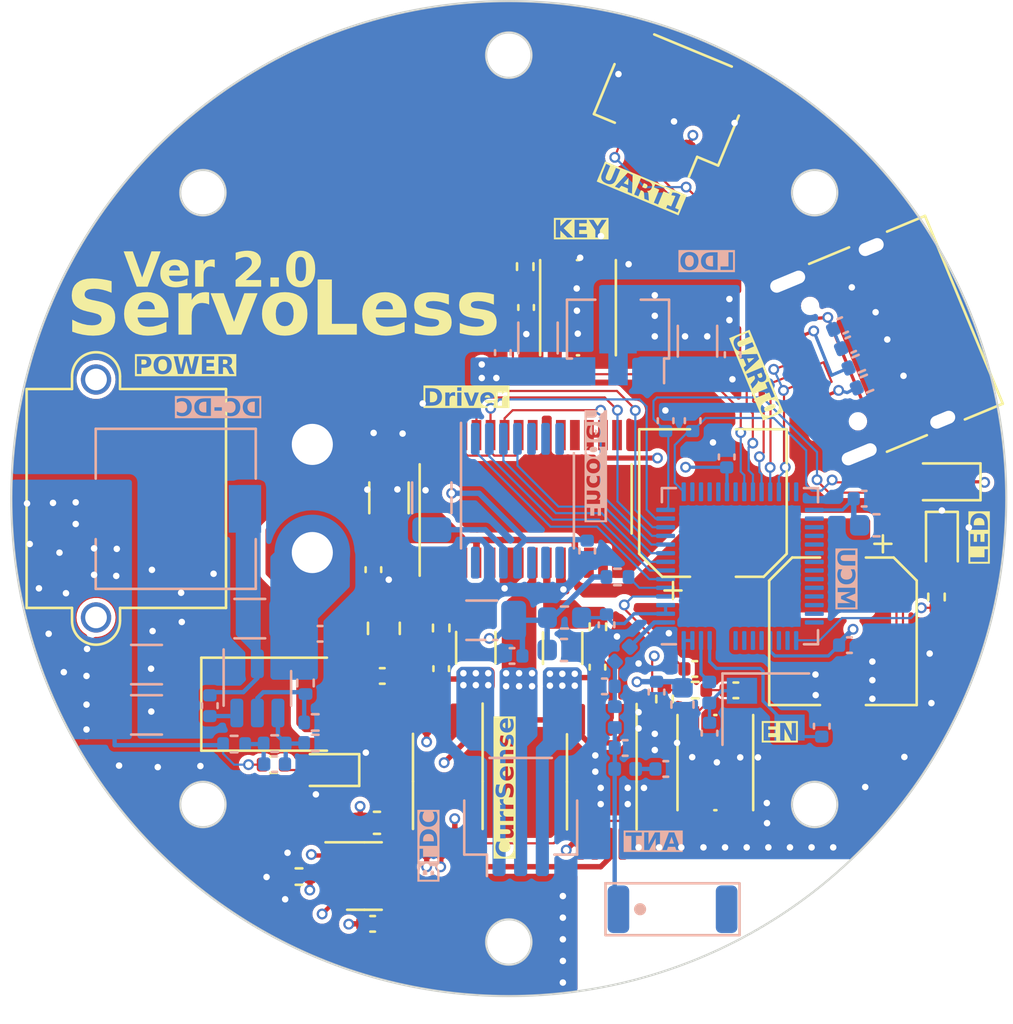
<source format=kicad_pcb>
(kicad_pcb (version 20221018) (generator pcbnew)
  (title_block (title "ServoLess") (date "2023-04-09") (rev "V2.0") (company "Aiano"))
  (layers (0 "F.Cu" signal "F.Cu Signal") (1 "In1.Cu" power "In1.Cu GND") (2 "In2.Cu" power "In2.Cu Power") (31 "B.Cu" signal "B.Cu Signal") (34 "B.Paste" user) (35 "F.Paste" user) (36 "B.SilkS" user "B.Silkscreen") (37 "F.SilkS" user "F.Silkscreen") (38 "B.Mask" user) (39 "F.Mask" user) (44 "Edge.Cuts" user))
  (net 0 "")
  (net 1 "Net-(AE1-FEED)")
  (net 3 "Net-(C1-Pad1)")
  (net 4 "GND")
  (net 5 "Net-(C2-Pad1)")
  (net 6 "Net-(C4-Pad1)")
  (net 7 "Net-(C5-Pad1)")
  (net 8 "Net-(U1-XTAL_N)")
  (net 9 "/MCU_EN")
  (net 10 "VDD")
  (net 11 "Net-(C7-Pad2)")
  (net 12 "Net-(U1-VDD_SPI)")
  (net 13 "VDD3P3")
  (net 14 "Net-(U2-BP)")
  (net 15 "VDDA")
  (net 16 "GNDA")
  (net 17 "VM")
  (net 18 "VBUS")
  (net 19 "Net-(U4-BOOT)")
  (net 20 "+5V")
  (net 21 "Net-(U4-SW)")
  (net 22 "Net-(C36-Pad1)")
  (net 23 "Net-(U4-FB)")
  (net 24 "Net-(U5-CP1)")
  (net 25 "Net-(U5-CP2)")
  (net 26 "Net-(U5-VCP)")
  (net 27 "Net-(U6-+)")
  (net 28 "Net-(U7-+)")
  (net 29 "Net-(D1-A)")
  (net 30 "Net-(D4-A)")
  (net 31 "Net-(J1-CC1)")
  (net 32 "/USB_DP")
  (net 33 "/USB_DN")
  (net 35 "Net-(J1-CC2)")
  (net 37 "/MCU_UART1_TX")
  (net 38 "/MCU_UART1_RX")
  (net 39 "Net-(U1-LNA_IN{slash}RF)")
  (net 40 "Net-(U1-XTAL_P)")
  (net 41 "/BLDC Driver/Motor_OUT1")
  (net 42 "/BLDC Driver/Motor_OUT2")
  (net 43 "/BLDC Driver/Motor_OUT3")
  (net 44 "Net-(U1-GPIO0{slash}BOOT)")
  (net 45 "Net-(U4-EN)")
  (net 48 "/MCU_KEY")
  (net 49 "/MCU_LED")
  (net 53 "/BLDC Driver/Motor_OUT_CS1")
  (net 54 "/BLDC Driver/Motor_OUT_CS3")
  (net 55 "/BLDC Driver/Motor_IN1")
  (net 56 "/BLDC Driver/Motor_IN2")
  (net 57 "/BLDC Driver/Motor_IN3")
  (net 58 "/BLDC Driver/Motor_EN")
  (net 59 "/BLDC Driver/Motor_CS1")
  (net 60 "/BLDC Driver/Motor_CS3")
  (net 62 "/Magnetic Encoder/MRE_MOSI")
  (net 63 "/Magnetic Encoder/MRE_MISO")
  (net 64 "/Magnetic Encoder/MRE_CLK")
  (net 65 "/Magnetic Encoder/MRE_CS")
  (net 99 "Net-(U8-VDD3V)")
  (footprint "Package_TO_SOT_SMD:SOT-23-5" (layer "F.Cu") (at 133.125 107.65)
    (fp_text reference "U2" hide)
    (fp_text value "SPX3819M5-L-3-3" hide)
  )
  (footprint "Resistor_SMD:R_0402_1005Metric" (layer "F.Cu") (at 136.675 96.1825 -90)
    (fp_text reference "R20" hide)
    (fp_text value "120R" hide)
  )
  (footprint "Capacitor_SMD:C_0402_1005Metric" (layer "F.Cu") (at 136.675 98.0625 90)
    (fp_text reference "C41" hide)
    (fp_text value "2.2nF" hide)
  )
  (footprint "Connector_JST:JST_SH_SM04B-SRSS-TB_1x04-1MP_P1.00mm_Horizontal" (layer "F.Cu") (at 147.29 71.965 157.5)
    (fp_text reference "J3" hide)
    (fp_text value "Conn_01x04_MountingPin" hide)
  )
  (footprint "LED_SMD:LED_0603_1608Metric" (layer "F.Cu") (at 159.825 92.3 -90)
    (fp_text reference "D1" hide)
    (fp_text value "LED-GREEN" hide)
  )
  (footprint "Button_Switch_SMD:SW_Push_1P1T_NO_Vertical_Wuerth_434133025816" (layer "F.Cu") (at 149.35 102.405 90)
    (fp_text reference "SW1" hide)
    (fp_text value "SW_Push" hide)
  )
  (footprint "Connector_USB:USB_C_Receptacle_HRO_TYPE-C-31-M-12" (layer "F.Cu") (at 157.24 82.965 112.5)
    (fp_text reference "J1" hide)
    (fp_text value "USB_C_Receptacle_USB2.0" hide)
  )
  (footprint "Resistor_SMD:R_0402_1005Metric" (layer "F.Cu") (at 148.42 99.055)
    (fp_text reference "R1" hide)
    (fp_text value "0R" hide)
  )
  (footprint "czm_kicad_lib:AMASS_XT30PW-M_1x02_P2.50mm_Horizontal" (layer "F.Cu") (at 130.715 87.695 90)
    (fp_text reference "J2" hide)
    (fp_text value "XT30PW-M" hide)
  )
  (footprint "Capacitor_SMD:C_0402_1005Metric" (layer "F.Cu") (at 143.9 97.995 90)
    (fp_text reference "C42" hide)
    (fp_text value "2.2nF" hide)
  )
  (footprint "Resistor_SMD:R_0402_1005Metric" (layer "F.Cu") (at 159.575 94.75 90)
    (fp_text reference "R4" hide)
    (fp_text value "10k" hide)
  )
  (footprint "Capacitor_SMD:C_0402_1005Metric" (layer "F.Cu") (at 133.54 93.485 -90)
    (fp_text reference "C38" hide)
    (fp_text value "100nF" hide)
  )
  (footprint "Diode_SMD:D_SMB" (layer "F.Cu") (at 129.2425 99.705)
    (fp_text reference "D3" hide)
    (fp_text value "SMBJ24CA" hide)
  )
  (footprint "Capacitor_SMD:CP_Elec_6.3x5.2" (layer "F.Cu") (at 149.24 90.405 90)
    (fp_text reference "C24" hide)
    (fp_text value "35V 47uF" hide)
  )
  (footprint "Capacitor_SMD:C_0805_2012Metric" (layer "F.Cu") (at 134.025 96.2 -90)
    (fp_text reference "C39" hide)
    (fp_text value "10nF 100V" hide)
  )
  (footprint "Capacitor_SMD:C_0402_1005Metric" (layer "F.Cu") (at 148.4 98.075)
    (fp_text reference "C8" hide)
    (fp_text value "1uF" hide)
  )
  (footprint "Capacitor_SMD:C_0402_1005Metric" (layer "F.Cu") (at 133.505 109.86 180)
    (fp_text reference "C27" hide)
    (fp_text value "10nF" hide)
  )
  (footprint "Capacitor_SMD:C_0402_1005Metric" (layer "F.Cu") (at 150.3 99.065)
    (fp_text reference "C1" hide)
    (fp_text value "100nF" hide)
  )
  (footprint "Capacitor_SMD:C_0603_1608Metric" (layer "F.Cu") (at 133.705 105.19 180)
    (fp_text reference "C29" hide)
    (fp_text value "1uF" hide)
  )
  (footprint "Resistor_SMD:R_0402_1005Metric" (layer "F.Cu") (at 147 99.465 90)
    (fp_text reference "R3" hide)
    (fp_text value "10k" hide)
  )
  (footprint "Package_SO:TSSOP-8_4.4x3mm_P0.65mm" (layer "F.Cu") (at 136.98 103.275 -90)
    (fp_text reference "U6" hide)
    (fp_text value "INA240A2PW" hide)
  )
  (footprint "Resistor_SMD:R_1206_3216Metric" (layer "F.Cu") (at 138.275 97.0925 -90)
    (fp_text reference "R18" hide)
    (fp_text value "0.01R" hide)
  )
  (footprint "Resistor_SMD:R_0402_1005Metric" (layer "F.Cu") (at 130.1 107.675 180)
    (fp_text reference "R10" hide)
    (fp_text value "0R" hide)
  )
  (footprint "Capacitor_SMD:C_0402_1005Metric" (layer "F.Cu") (at 133.95 98.4 180)
    (fp_text reference "C40" hide)
    (fp_text value "100nF" hide)
  )
  (footprint "Capacitor_SMD:C_0402_1005Metric" (layer "F.Cu") (at 140.6 81.365 -90)
    (fp_text reference "C4" hide)
    (fp_text value "100nF" hide)
  )
  (footprint "Resistor_SMD:R_0402_1005Metric" (layer "F.Cu") (at 143.92 96.125 -90)
    (fp_text reference "R21" hide)
    (fp_text value "120R" hide)
  )
  (footprint "LED_SMD:LED_0603_1608Metric" (layer "F.Cu") (at 131.4 102.75 180)
    (fp_text reference "D4" hide)
    (fp_text value "LED-RED" hide)
  )
  (footprint "Resistor_SMD:R_0402_1005Metric" (layer "F.Cu") (at 140.56 79.475 -90)
    (fp_text reference "R2" hide)
    (fp_text value "0R" hide)
  )
  (footprint "Button_Switch_SMD:SW_Push_1P1T_NO_Vertical_Wuerth_434133025816" (layer "F.Cu") (at 143 81.375 90)
    (fp_text reference "SW2" hide)
    (fp_text value "SW_Push" hide)
  )
  (footprint "Resistor_SMD:R_0402_1005Metric" (layer "F.Cu") (at 128.925 102.5)
    (fp_text reference "R11" hide)
    (fp_text value "10k" hide)
  )
  (footprint "czm_kicad_lib:DRV8313PWP" (layer "F.Cu") (at 140.580001 90.214999 90)
    (fp_text reference "U5" hide)
    (fp_text value "DRV8313PWP" hide)
  )
  (footprint "Capacitor_SMD:C_1206_3216Metric" (layer "F.Cu") (at 134.26 90.165 90)
    (fp_text reference "C37" hide)
    (fp_text value "10uF" hide)
  )
  (footprint "Capacitor_SMD:CP_Elec_6.3x5.2" (layer "F.Cu") (at 155.25 96.335 -90)
    (fp_text reference "C23" hide)
    (fp_text value "35V 47uF" hide)
  )
  (footprint "Resistor_SMD:R_1206_3216Metric" (layer "F.Cu") (at 142.29 97.115 -90)
    (fp_text reference "R19" hide)
    (fp_text value "0.01R" hide)
  )
  (footprint "Diode_SMD:D_SOD-323" (layer "F.Cu") (at 160 89.425 180)
    (fp_text reference "D2" hide)
    (fp_text value "1N5819WS" hide)
  )
  (footprint "Package_SO:TSSOP-8_4.4x3mm_P0.65mm" (layer "F.Cu") (at 144.1 103.295 -90)
    (fp_text reference "U7" hide)
    (fp_text value "INA240A2PW" hide)
  )
  (footprint "Inductor_SMD:L_0402_1005Metric" (layer "B.Cu") (at 149.07 99.165 90)
    (fp_text reference "L4" hide)
    (fp_text value "24nH" hide)
  )
  (footprint "Package_SO:TSSOP-14_4.4x5mm_P0.65mm" (layer "B.Cu") (at 140.2 90.3 -90)
    (fp_text reference "U8" hide)
    (fp_text value "AS5048A" hide)
  )
  (footprint "Inductor_SMD:L_0603_1608Metric" (layer "B.Cu") (at 142.375 95.7)
    (fp_text reference "L5" hide)
    (fp_text value "2.2nH 500mA" hide)
  )
  (footprint "Capacitor_SMD:C_0402_1005Metric" (layer "B.Cu") (at 139.95 97.475 180)
    (fp_text reference "C11" hide)
    (fp_text value "100nF" hide)
  )
  (footprint "Capacitor_SMD:C_1206_3216Metric" (layer "B.Cu") (at 123.05 97.875)
    (fp_text reference "C35" hide)
    (fp_text value "22uF" hide)
  )
  (footprint "Capacitor_SMD:C_0402_1005Metric" (layer "B.Cu") (at 143.425 92.625 -90)
    (fp_text reference "C44" hide)
    (fp_text value "100nF" hide)
  )
  (footprint "Capacitor_SMD:C_0402_1005Metric" (layer "B.Cu") (at 144.32 96.035 -90)
    (fp_text reference "C13" hide)
    (fp_text value "100nF" hide)
  )
  (footprint "Crystal:Crystal_SMD_3225-4Pin_3.2x2.5mm" (layer "B.Cu") (at 151.68 99.935)
    (fp_text reference "Y1" hide)
    (fp_text value "40MHz 12pF 10ppm" hide)
  )
  (footprint "Resistor_SMD:R_0402_1005Metric" (layer "B.Cu") (at 144.825 93.825 180)
    (fp_text reference "R7" hide)
    (fp_text value "10k" hide)
  )
  (footprint "Capacitor_SMD:C_0402_1005Metric" (layer "B.Cu") (at 139.525 83.45 90)
    (fp_text reference "C26" hide)
    (fp_text value "100nF" hide)
  )
  (footprint "Capacitor_SMD:C_0603_1608Metric" (layer "B.Cu") (at 142.35 97.2)
    (fp_text reference "C10" hide)
    (fp_text value "1uF" hide)
  )
  (footprint "Capacitor_SMD:C_1206_3216Metric" (layer "B.Cu") (at 127.825 95.75 180)
    (fp_text reference "C28" hide)
    (fp_text value "10uF" hide)
  )
  (footprint "Capacitor_SMD:C_0402_1005Metric" (layer "B.Cu") (at 154.27 100.725 -90)
    (fp_text reference "C6" hide)
    (fp_text value "15pF" hide)
  )
  (footprint "Capacitor_SMD:C_0603_1608Metric" (layer "B.Cu") (at 147.83 99.725 -90)
    (fp_text reference "C18" hide)
    (fp_text value "1uF" hide)
  )
  (footprint "Capacitor_SMD:C_0402_1005Metric" (layer "B.Cu") (at 147.05 86.6 90)
    (fp_text reference "C21" hide)
    (fp_text value "DNI" hide)
  )
  (footprint "Capacitor_SMD:C_1206_3216Metric" (layer "B.Cu") (at 138.55 95.825 180)
    (fp_text reference "C9" hide)
    (fp_text value "10uF" hide)
  )
  (footprint "Capacitor_SMD:C_0402_1005Metric" (layer "B.Cu") (at 145.18 101.73)
    (fp_text reference "C3" hide)
    (fp_text value "1pF" hide)
  )
  (footprint "Connector_JST:JST_SH_SM03B-SRSS-TB_1x03-1MP_P1.00mm_Horizontal" (layer "B.Cu") (at 140.35 104.875)
    (fp_text reference "J4" hide)
    (fp_text value "Conn_01x03_MountingPin" hide)
  )
  (footprint "Inductor_SMD:L_0402_1005Metric" (layer "B.Cu") (at 145.18 102.7 180)
    (fp_text reference "L1" hide)
    (fp_text value "DNI" hide)
  )
  (footprint "Capacitor_SMD:C_1206_3216Metric" (layer "B.Cu") (at 123.05 100.2)
    (fp_text reference "C34" hide)
    (fp_text value "22uF" hide)
  )
  (footprint "Capacitor_SMD:C_0402_1005Metric" (layer "B.Cu") (at 146.63 99.145 -90)
    (fp_text reference "C17" hide)
    (fp_text value "10nF" hide)
  )
  (footprint "Inductor_SMD:L_0402_1005Metric" (layer "B.Cu") (at 144.7 100.3 90)
    (fp_text reference "L2" hide)
    (fp_text value "2.2nH" hide)
  )
  (footprint "Capacitor_SMD:C_0402_1005Metric" (layer "B.Cu") (at 148.3 86.6 90)
    (fp_text reference "C22" hide)
    (fp_text value "DNI" hide)
  )
  (footprint "Capacitor_SMD:C_1206_3216Metric" (layer "B.Cu") (at 148.525 82.925 -90)
    (fp_text reference "C31" hide)
    (fp_text value "10uF" hide)
  )
  (footprint "Resistor_SMD:R_0402_1005Metric" (layer "B.Cu") (at 156.36 84.885 22.5)
    (fp_text reference "R6" hide)
    (fp_text value "5.1k" hide)
  )
  (footprint "Capacitor_SMD:C_0402_1005Metric" (layer "B.Cu") (at 147.06 102.7)
    (fp_text reference "C2" hide)
    (fp_text value "DNI" hide)
  )
  (footprint "Capacitor_SMD:C_0402_1005Metric" (layer "B.Cu") (at 128.975 102.475)
    (fp_text reference "C36" hide)
    (fp_text value "75pF" hide)
  )
  (footprint "Resistor_SMD:R_0402_1005Metric" (layer "B.Cu") (at 127.1 101.55)
    (fp_text reference "R12" hide)
    (fp_text value "49R9" hide)
  )
  (footprint "czm_kicad_lib:AN2051" (layer "B.Cu") (at 149.87 109.185 -90)
    (fp_text reference "AE1" hide)
    (fp_text value "Antenna_Chip" hide)
  )
  (footprint "Capacitor_SMD:C_0402_1005Metric" (layer "B.Cu") (at 149.875 88.275 90)
    (fp_text reference "C15" hide)
    (fp_text value "100nF" hide)
  )
  (footprint "Capacitor_SMD:C_1206_3216Metric" (layer "B.Cu") (at 136.24 90.165 -90)
    (fp_text reference "C43" hide)
    (fp_text value "10uF" hide)
  )
  (footprint "Inductor_SMD:L_7.3x7.3_H3.5" (layer "B.Cu") (at 124.4 90.675 180)
    (fp_text reference "L6" hide)
    (fp_text value "15uH 2A" hide)
  )
  (footprint "Capacitor_SMD:C_0402_1005Metric" (layer "B.Cu") (at 144.22 98.88 180)
    (fp_text reference "C5" hide)
    (fp_text value "1.8pF" hide)
  )
  (footprint "Capacitor_SMD:C_0603_1608Metric" (layer "B.Cu") (at 156.8 91.435)
    (fp_text reference "C12" hide)
    (fp_text value "1uF" hide)
  )
  (footprint "Capacitor_SMD:C_0402_1005Metric" (layer "B.Cu") (at 150.15 83.55 -90)
    (fp_text reference "C32" hide)
    (fp_text value "100nF" hide)
  )
  (footprint "Capacitor_SMD:C_0402_1005Metric" (layer "B.Cu") (at 156.23 90.205)
    (fp_text reference "C14" hide)
    (fp_text value "100nF" hide)
  )
  (footprint "Resistor_SMD:R_0402_1005Metric" (layer "B.Cu") (at 130.85 100.55)
    (fp_text reference "R9" hide)
    (fp_text value "105k" hide)
  )
  (footprint "Resistor_SMD:R_0402_1005Metric" (layer "B.Cu") (at 155.98 83.965 22.5)
    (fp_text reference "R5" hide)
    (fp_text value "5.1k" hide)
  )
  (footprint "Capacitor_SMD:C_0402_1005Metric" (layer "B.Cu") (at 131.075 96.45)
    (fp_text reference "C30" hide)
    (fp_text value "100nF" hide)
  )
  (footprint "Capacitor_SMD:C_0402_1005Metric" (layer "B.Cu") (at 155.61 83.085 22.5)
    (fp_text reference "C20" hide)
    (fp_text value "1uF" hide)
  )
  (footprint "Capacitor_SMD:C_0402_1005Metric" (layer "B.Cu") (at 155.24 82.195 22.5)
    (fp_text reference "C19" hide)
    (fp_text value "100nF" hide)
  )
  (footprint "Resistor_SMD:R_0402_1005Metric" (layer "B.Cu") (at 128.975 101.525)
    (fp_text reference "R13" hide)
    (fp_text value "100k" hide)
  )
  (footprint "Capacitor_SMD:C_0402_1005Metric" (layer "B.Cu") (at 155.55 96.975)
    (fp_text reference "C16" hide)
    (fp_text value "100nF" hide)
  )
  (footprint "Capacitor_SMD:C_0402_1005Metric" (layer "B.Cu") (at 149.08 101.045 90)
    (fp_text reference "C7" hide)
    (fp_text value "15pF" hide)
  )
  (footprint "Package_DFN_QFN:QFN-56-1EP_7x7mm_P0.4mm_EP5.6x5.6mm" (layer "B.Cu") (at 150.4875 93.325)
    (fp_text reference "U1" hide)
    (fp_text value "ESP32-S3FN8" hide)
  )
  (footprint "Resistor_SMD:R_0402_1005Metric" (layer "B.Cu") (at 130.85 101.5)
    (fp_text reference "R14" hide)
    (fp_text value "13k3" hide)
  )
  (footprint "Package_TO_SOT_SMD:SOT-89-3" (layer "B.Cu") (at 144.85 82.365 90)
    (fp_text reference "U3" hide)
    (fp_text value "AMS1117-3.3" hide)
  )
  (footprint "Capacitor_SMD:C_0402_1005Metric" (layer "B.Cu") (at 125.975 99.775 90)
    (fp_text reference "C33" hide)
    (fp_text value "100nF" hide)
  )
  (footprint "Resistor_SMD:R_0402_1005Metric" (layer "B.Cu") (at 130.4 98.725 -90)
    (fp_text reference "R8" hide)
    (fp_text value "511k" hide)
  )
  (footprint "Capacitor_SMD:C_1206_3216Metric" (layer "B.Cu") (at 141.15 82.775 90)
    (fp_text reference "C25" hide)
    (fp_text value "10uF" hide)
  )
  (footprint "Package_TO_SOT_SMD:SOT-23-6" (layer "B.Cu") (at 128.175 98.975 -90)
    (fp_text reference "U4" hide)
    (fp_text value "TPS54202DDC" hide)
  )
  (footprint "Inductor_SMD:L_0402_1005Metric" (layer "B.Cu") (at 145.05 97.4 45)
    (fp_text reference "L3" hide)
    (fp_text value "1.8nH" hide)
  )
  (gr_circle (center 153.942136 104.342136) (end 154.992136 104.342136) (stroke (width 0.1)) (fill none) (layer "Edge.Cuts"))
  (gr_circle (center 139.8 69.7) (end 140.85 69.7) (stroke (width 0.1)) (fill none) (layer "Edge.Cuts"))
  (gr_circle (center 125.657864 76.057864) (end 126.707864 76.057864) (stroke (width 0.1)) (fill none) (layer "Edge.Cuts"))
  (gr_circle (center 139.8 110.7) (end 140.85 110.7) (stroke (width 0.1)) (fill none) (layer "Edge.Cuts"))
  (gr_circle (center 153.942136 76.057864) (end 154.992136 76.057864) (stroke (width 0.1)) (fill none) (layer "Edge.Cuts"))
  (gr_circle (center 139.8 90.2) (end 162.8 90.2) (stroke (width 0.1)) (fill none) (layer "Edge.Cuts"))
  (gr_circle (center 125.657864 104.342136) (end 126.707864 104.342136) (stroke (width 0.1)) (fill none) (layer "Edge.Cuts"))
  (gr_text "Encoder" (at 143.27 91.305 -90) (layer "B.SilkS" knockout) (effects (font (size 0.8 0.8) (thickness 0.16) bold) (justify left bottom mirror)))
  (gr_text "ANT" (at 147.76 106.585) (layer "B.SilkS" knockout) (effects (font (size 0.8 0.8) (thickness 0.16) bold) (justify left bottom mirror)))
  (gr_text "MCU" (at 154.87 95.335 270) (layer "B.SilkS" knockout) (effects (font (size 0.8 0.8) (thickness 0.16) bold) (justify left bottom mirror)))
  (gr_text "LDO" (at 150.27 79.765) (layer "B.SilkS" knockout) (effects (font (size 0.8 0.8) (thickness 0.16) bold) (justify left bottom mirror)))
  (gr_text "BLDC" (at 135.54 107.925 -90) (layer "B.SilkS" knockout) (effects (font (size 0.8 0.8) (thickness 0.16) bold) (justify left bottom mirror)))
  (gr_text "DC-DC" (at 128.37 86.515) (layer "B.SilkS" knockout) (effects (font (size 0.8 0.8) (thickness 0.16) bold) (justify left bottom mirror)))
  (gr_text "EN" (at 151.48 101.525) (layer "F.SilkS" knockout) (effects (font (size 0.8 0.8) (thickness 0.16) bold) (justify left bottom)))
  (gr_text "KEY\n" (at 141.87 78.265) (layer "F.SilkS" knockout) (effects (font (size 0.8 0.8) (thickness 0.16) bold) (justify left bottom)))
  (gr_text "UART0" (at 149.95 82.785 -67.5) (layer "F.SilkS" knockout) (effects (font (size 0.8 0.8) (thickness 0.16) bold) (justify left bottom)))
  (gr_text "Driver" (at 135.84 86.045) (layer "F.SilkS" knockout) (effects (font (size 0.8 0.8) (thickness 0.16) bold) (justify left bottom)))
  (gr_text "POWER" (at 122.5 84.575) (layer "F.SilkS" knockout) (effects (font (size 0.8 0.8) (thickness 0.16) bold) (justify left bottom)))
  (gr_text "LED" (at 162.09 93.225 90) (layer "F.SilkS" knockout) (effects (font (size 0.8 0.8) (thickness 0.16) bold) (justify left bottom)))
  (gr_text "UART1" (at 143.84 75.565 337.5) (layer "F.SilkS" knockout) (effects (font (size 0.8 0.8) (thickness 0.16) bold) (justify left bottom)))
  (gr_text "Ver 2.0" (at 121.98 80.675) (layer "F.SilkS") (effects (font (size 1.6 1.6) (thickness 0.16) bold italic) (justify left bottom)))
  (gr_text "ServoLess" (at 119.34 83.045) (layer "F.SilkS") (effects (font (size 2.5 2.5) (thickness 0.24) bold italic) (justify left bottom)))
  (gr_text "CurrSense" (at 140.15 106.815 90) (layer "F.SilkS" knockout) (effects (font (size 0.8 0.8) (thickness 0.16) bold) (justify left bottom)))
  (segment (start 144.695 102.7) (end 144.695 109.01) (width 0.2) (layer "B.Cu") (net 1))
  (segment (start 144.7 102.695) (end 144.695 102.7) (width 0.2) (layer "B.Cu") (net 1))
  (segment (start 144.7 101.73) (end 144.7 102.695) (width 0.2) (layer "B.Cu") (net 1))
  (segment (start 144.7 100.785) (end 144.7 101.73) (width 0.2) (layer "B.Cu") (net 1))
  (segment (start 144.695 109.01) (end 144.87 109.185) (width 0.2) (layer "B.Cu") (net 1))
  (segment (start 148.93 99.675) (end 148.93 99.055) (width 0.1) (layer "F.Cu") (net 3))
  (segment (start 148.93 99.055) (end 149.81 99.055) (width 0.1) (layer "F.Cu") (net 3))
  (segment (start 148.275 100.33) (end 148.93 99.675) (width 0.1) (layer "F.Cu") (net 3))
  (segment (start 149.81 99.055) (end 149.82 99.065) (width 0.1) (layer "F.Cu") (net 3))
  (segment (start 140.255 93.164998) (end 139.605002 93.164998) (width 0.237) (layer "F.Cu") (net 4))
  (segment (start 133.54 93.965) (end 134.235 93.965) (width 0.237) (layer "F.Cu") (net 4))
  (segment (start 134.235 93.965) (end 134.25 93.95) (width 0.237) (layer "F.Cu") (net 4))
  (segment (start 142.325 94.4) (end 142.205002 94.280002) (width 0.237) (layer "F.Cu") (net 4))
  (segment (start 139.605002 94.3495) (end 139.605002 93.164998) (width 0.237) (layer "F.Cu") (net 4))
  (segment (start 159.825 91.5125) (end 159.825 90.75) (width 0.1) (layer "F.Cu") (net 4))
  (segment (start 142.205002 94.280002) (end 142.205002 93.164998) (width 0.237) (layer "F.Cu") (net 4))
  (segment (start 140.6 82.585) (end 140.61 82.595) (width 0.1) (layer "F.Cu") (net 4))
  (segment (start 140.6 81.845) (end 140.6 82.585) (width 0.1) (layer "F.Cu") (net 4))
  (via (at 145.8 97.825) (size 0.5) (drill 0.3) (layers "F.Cu" "B.Cu") (net 4))
  (via (at 153.98 98.335) (size 0.5) (drill 0.3) (layers "F.Cu" "B.Cu") (net 4))
  (via (at 124.65 94.555) (size 0.5) (drill 0.3) (layers "F.Cu" "B.Cu") (net 4))
  (via (at 143.8 102.075) (size 0.5) (drill 0.3) (layers "F.Cu" "B.Cu") (net 4))
  (via (at 144.06 78.065) (size 0.5) (drill 0.3) (layers "F.Cu" "B.Cu") (net 4))
  (via (at 153.99 99.285) (size 0.5) (drill 0.3) (layers "F.Cu" "B.Cu") (net 4))
  (via (at 157.3 82.845) (size 0.5) (drill 0.3) (layers "F.Cu" "B.Cu") (net 4))
  (via (at 152.8 106.325) (size 0.5) (drill 0.3) (layers "F.Cu" "B.Cu") (net 4))
  (via (at 139.605002 94.3495) (size 0.5) (drill 0.3) (layers "F.Cu" "B.Cu") (net 4))
  (via (at 124.68 95.905) (size 0.5) (drill 0.3) (layers "F.Cu" "B.Cu") (net 4))
  (via (at 149.42 102.395) (size 0.5) (drill 0.3) (layers "F.Cu" "B.Cu") (net 4))
  (via (at 156.61 99.455) (size 0.5) (drill 0.3) (layers "F.Cu" "B.Cu") (net 4))
  (via (at 140.61 82.595) (size 0.5) (drill 0.3) (layers "F.Cu" "B.Cu") (net 4))
  (via (at 123.3 93.495) (size 0.5) (drill 0.3) (layers "F.Cu" "B.Cu") (net 4))
  (via (at 142.94 80.485) (size 0.5) (drill 0.3) (layers "F.Cu" "B.Cu") (net 4))
  (via (at 156.61 97.735) (size 0.5) (drill 0.3) (layers "F.Cu" "B.Cu") (net 4))
  (via (at 158.05 84.525) (size 0.5) (drill 0.3) (layers "F.Cu" "B.Cu") (net 4))
  (via (at 121.78 102.545) (size 0.5) (drill 0.3) (layers "F.Cu" "B.Cu") (net 4))
  (via (at 151.8 106.325) (size 0.5) (drill 0.3) (layers "F.Cu" "B.Cu") (net 4))
  (via (at 149.8 106.325) (size 0.5) (drill 0.3) (layers "F.Cu" "B.Cu") (net 4))
  (via (at 144.05 103.575) (size 0.5) (drill 0.3) (layers "F.Cu" "B.Cu") (net 4))
  (via (at 150.8 106.325) (size 0.5) (drill 0.3) (layers "F.Cu" "B.Cu") (net 4))
  (via (at 128.6 107.695) (size 0.5) (drill 0.3) (layers "F.Cu" "B.Cu") (net 4))
  (via (at 142.3 112.575) (size 0.5) (drill 0.3) (layers "F.Cu" "B.Cu") (net 4))
  (via (at 150.14 84.685) (size 0.5) (drill 0.3) (layers "F.Cu" "B.Cu") (net 4))
  (via (at 133.19 101.945) (size 0.5) (drill 0.3) (layers "F.Cu" "B.Cu") (net 4))
  (via (at 161.07 91.535) (size 0.5) (drill 0.3) (layers "F.Cu" "B.Cu") (net 4))
  (via (at 145.3 104.325) (size 0.5) (drill 0.3) (layers "F.Cu" "B.Cu") (net 4))
  (via (at 142.95 81.515) (size 0.5) (drill 0.3) (layers "F.Cu" "B.Cu") (net 4))
  (via (at 156.61 98.595) (size 0.5) (drill 0.3) (layers "F.Cu" "B.Cu") (net 4))
  (via (at 155.66 80.435) (size 0.5) (drill 0.3) (layers "F.Cu" "B.Cu") (net 4))
  (via (at 142.325 94.4) (size 0.5) (drill 0.3) (layers "F.Cu" "B.Cu") (net 4))
  (via (at 159.34 99.655) (size 0.5) (drill 0.3) (layers "F.Cu" "B.Cu") (net 4))
  (via (at 135.95 89.815) (size 0.5) (drill 0.3) (layers "F.Cu" "B.Cu") (net 4))
  (via (at 159.26 97.365) (size 0.5) (drill 0.3) (layers "F.Cu" "B.Cu") (net 4))
  (via (at 133.55 87.165) (size 0.5) (drill 0.3) (layers "F.Cu" "B.Cu") (net 4))
  (via (at 145.8 106.325) (size 0.5) (drill 0.3) (layers "F.Cu" "B.Cu") (net 4))
  (via (at 133.26 89.785) (size 0.5) (drill 0.3) (layers "F.Cu" "B.Cu") (net 4))
  (via (at 146.05 103.575) (size 0.5) (drill 0.3) (layers "F.Cu" "B.Cu") (net 4))
  (via (at 145.34 79.365) (size 0.5) (drill 0.3) (layers "F.Cu" "B.Cu") (net 4))
  (via (at 134.25 93.95) (size 0.5) (drill 0.3) (layers "F.Cu" "B.Cu") (net 4))
  (via (at 153.8 106.325) (size 0.5) (drill 0.3) (layers "F.Cu" "B.Cu") (net 4))
  (via (at 126.15 93.675) (size 0.5) (drill 0.3) (layers "F.Cu" "B.Cu") (net 4))
  (via (at 142.3 109.575) (size 0.5) (drill 0.3) (layers "F.Cu" "B.Cu") (net 4))
  (via (at 129.46 108.725) (size 0.5) (drill 0.3) (layers "F.Cu" "B.Cu") (net 4))
  (via (at 123.33 96.325) (size 0.5) (drill 0.3) (layers "F.Cu" "B.Cu") (net 4))
  (via (at 143.8 102.825) (size 0.5) (drill 0.3) (layers "F.Cu" "B.Cu") (net 4))
  (via (at 143.1 79.065) (size 0.5) (drill 0.3) (layers "F.Cu" "B.Cu") (net 4))
  (via (at 146.55 101.075) (size 0.5) (drill 0.3) (layers "F.Cu" "B.Cu") (net 4))
  (via (at 144.05 104.325) (size 0.5) (drill 0.3) (layers "F.Cu" "B.Cu") (net 4))
  (via (at 123.57 102.615) (size 0.5) (drill 0.3) (layers "F.Cu" "B.Cu") (net 4))
  (via (at 146.75 106.325) (size 0.5) (drill 0.3) (layers "F.Cu" "B.Cu") (net 4))
  (via (at 123.27 100.045) (size 0.5) (drill 0.3) (layers "F.Cu" "B.Cu") (net 4))
  (via (at 159.825 90.75) (size 0.5) (drill 0.3) (layers "F.Cu" "B.Cu") (net 4))
  (via (at 146.55 101.825) (size 0.5) (drill 0.3) (layers "F.Cu" "B.Cu") (net 4))
  (via (at 147.44 72.765) (size 0.5) (drill 0.3) (layers "F.Cu" "B.Cu") (net 4))
  (via (at 150.24 72.835) (size 0.5) (drill 0.3) (layers "F.Cu" "B.Cu") (net 4))
  (via (at 147.775 106.325) (size 0.5) (drill 0.3) (layers "F.Cu" "B.Cu") (net 4))
  (via (at 144.8 96.575) (size 0.5) (drill 0.3) (layers "F.Cu" "B.Cu") (net 4))
  (via (at 142.3 108.575) (size 0.5) (drill 0.3) (layers "F.Cu" "B.Cu") (net 4))
  (via (at 123.26 98.065) (size 0.5) (drill 0.3) (layers "F.Cu" "B.Cu") (net 4))
  (via (at 142.3 110.575) (size 0.5) (drill 0.3) (layers "F.Cu" "B.Cu") (net 4))
  (via (at 145.8 100.075) (size 0.5) (drill 0.3) (layers "F.Cu" "B.Cu") (net 4))
  (via (at 149.24 87.605) (size 0.5) (drill 0.3) (layers "F.Cu" "B.Cu") (net 4))
  (via (at 145.3 103.575) (size 0.5) (drill 0.3) (layers "F.Cu" "B.Cu") (net 4))
  (via (at 150.5 102.165) (size 0.5) (drill 0.3) (layers "F.Cu" "B.Cu") (net 4))
  (via (at 148.28 102.155) (size 0.5) (drill 0.3) (layers "F.Cu" "B.Cu") (net 4))
  (via (at 156.28 103.535) (size 0.5) (drill 0.3) (layers "F.Cu" "B.Cu") (net 4))
  (via (at 134.65 89.775) (size 0.5) (drill 0.3) (layers "F.Cu" "B.Cu") (net 4))
  (via (at 151.32 102.165) (size 0.5) (drill 0.3) (layers "F.Cu" "B.Cu") (net 4))
  (via (at 142.99 82.575) (size 0.5) (drill 0.3) (layers "F.Cu" "B.Cu") (net 4))
  (via (at 142.3 111.575) (size 0.5) (drill 0.3) (layers "F.Cu" "B.Cu") (net 4))
  (via (at 125.54 102.565) (size 0.5) (drill 0.3) (layers "F.Cu" "B.Cu") (net 4))
  (via (at 151.74 105.205) (size 0.5) (drill 0.3) (layers "F.Cu" "B.Cu") (net 4))
  (via (at 134.89 87.195) (size 0.5) (drill 0.3) (layers "F.Cu" "B.Cu") (net 4))
  (via (at 147.04 86.125) (size 0.5) (drill 0.3) (layers "F.Cu" "B.Cu") (net 4))
  (via (at 130.88 103.875) (size 0.5) (drill 0.3) (layers "F.Cu" "B.Cu") (net 4))
  (via (at 154.8 106.325) (size 0.5) (drill 0.3) (layers "F.Cu" "B.Cu") (net 4))
  (via (at 135.82 85.805) (size 0.5) (drill 0.3) (layers "F.Cu" "B.Cu") (net 4))
  (via (at 147.2 96.425) (size 0.5) (drill 0.3) (layers "F.Cu" "B.Cu") (net 4))
  (via (at 158.09 102.145) (size 0.5) (drill 0.3) (layers "F.Cu" "B.Cu") (net 4))
  (via (at 144.87 70.575) (size 0.5) (drill 0.3) (layers "F.Cu" "B.Cu") (net 4))
  (via (at 156.76 81.585) (size 0.5) (drill 0.3) (layers "F.Cu" "B.Cu") (net 4))
  (via (at 129.57 106.575) (size 0.5) (drill 0.3) (layers "F.Cu" "B.Cu") (net 4))
  (via (at 151.73 104.275) (size 0.5) (drill 0.3) (layers "F.Cu" "B.Cu") (net 4))
  (via (at 147.58 101.495) (size 0.5) (drill 0.3) (layers "F.Cu" "B.Cu") (net 4))
  (via (at 148.8 106.325) (size 0.5) (drill 0.3) (layers "F.Cu" "B.Cu") (net 4))
  (via (at 145.8 100.825) (size 0.5) (drill 0.3) (layers "F.Cu" "B.Cu") (net 4))
  (segment (start 149.43 87.795) (end 149.24 87.605) (width 0.2) (layer "B.Cu") (net 4))
  (segment (start 149.875 87.795) (end 149.43 87.795) (width 0.2) (layer "B.Cu") (net 4))
  (segment (start 155.683462 82.011312) (end 156.831179 84.689831) (width 0.15) (layer "B.Cu") (net 4))
  (segment (start 151.2825 93.415) (end 150.6825 92.815) (width 0.2) (layer "B.Cu") (net 4))
  (segment (start 145.665 102.7) (end 146.58 102.7) (width 0.2) (layer "B.Cu") (net 5))
  (segment (start 140.6 80.885) (end 141.925 82.21) (width 0.1) (layer "F.Cu") (net 6))
  (segment (start 141.245 79.3) (end 140.56 79.985) (width 0.1) (layer "F.Cu") (net 6))
  (segment (start 141.925 82.21) (end 141.925 83.45) (width 0.1) (layer "F.Cu") (net 6))
  (segment (start 140.6 80.025) (end 140.56 79.985) (width 0.1) (layer "F.Cu") (net 6))
  (segment (start 140.6 80.885) (end 140.6 80.025) (width 0.1) (layer "F.Cu") (net 6))
  (segment (start 141.925 79.3) (end 141.245 79.3) (width 0.1) (layer "F.Cu") (net 6))
  (segment (start 144.7 98.88) (end 144.7 99.815) (width 0.2) (layer "B.Cu") (net 7))
  (segment (start 144.707053 97.742947) (end 144.707053 98.872947) (width 0.2) (layer "B.Cu") (net 7))
  (segment (start 144.707053 98.872947) (end 144.7 98.88) (width 0.2) (layer "B.Cu") (net 7))
  (segment (start 151.425 98.05) (end 149.4 98.05) (width 0.15) (layer "B.Cu") (net 8))
  (segment (start 153.2 101.205) (end 154.27 101.205) (width 0.15) (layer "B.Cu") (net 8))
  (segment (start 152.78 100.785) (end 151.555 99.56) (width 0.15) (layer "B.Cu") (net 8))
  (segment (start 149.0875 97.7375) (end 149.0875 96.7625) (width 0.15) (layer "B.Cu") (net 8))
  (segment (start 149.4 98.05) (end 149.0875 97.7375) (width 0.15) (layer "B.Cu") (net 8))
  (segment (start 152.78 100.785) (end 153.2 101.205) (width 0.15) (layer "B.Cu") (net 8))
  (segment (start 151.555 98.18) (end 151.425 98.05) (width 0.15) (layer "B.Cu") (net 8))
  (segment (start 151.555 99.56) (end 151.555 98.18) (width 0.15) (layer "B.Cu") (net 8))
  (segment (start 145.14 95.115) (end 145.14 95.295) (width 0.1) (layer "F.Cu") (net 9))
  (segment (start 147.91 99.055) (end 147.1 99.055) (width 0.1) (layer "F.Cu") (net 9))
  (segment (start 147.92 98.075) (end 147.92 99.045) (width 0.1) (layer "F.Cu") (net 9))
  (segment (start 147.92 99.045) (end 147.91 99.055) (width 0.1) (layer "F.Cu") (net 9))
  (segment (start 147.1 99.055) (end 147 98.955) (width 0.1) (layer "F.Cu") (net 9))
  (segment (start 145.14 95.295) (end 147.92 98.075) (width 0.1) (layer "F.Cu") (net 9))
  (via (at 145.14 95.115) (size 0.5) (drill 0.3) (layers "F.Cu" "B.Cu") (net 9))
  (segment (start 145.53 94.725) (end 147.05 94.725) (width 0.1) (layer "B.Cu") (net 9))
  (segment (start 145.14 95.115) (end 145.53 94.725) (width 0.1) (layer "B.Cu") (net 9))
  (segment (start 146.43 97.57) (end 146.43 99.405) (width 0.1) (layer "F.Cu") (net 10))
  (segment (start 143.505001 87.264997) (end 144.155 87.264997) (width 0.237) (layer "F.Cu") (net 10))
  (segment (start 144.155 88.201997) (end 144.155 87.264997) (width 0.237) (layer "F.Cu") (net 10))
  (segment (start 146.525 97.475) (end 146.43 97.57) (width 0.1) (layer "F.Cu") (net 10))
  (segment (start 146.43 99.405) (end 147 99.975) (width 0.1) (layer "F.Cu") (net 10))
  (segment (start 146.6745 88.325) (end 144.278003 88.325) (width 0.237) (layer "F.Cu") (net 10))
  (segment (start 144.278003 88.325) (end 144.155 88.201997) (width 0.237) (layer "F.Cu") (net 10))
  (via (at 150 81.95) (size 0.5) (drill 0.3) (layers "F.Cu" "B.Cu") (net 10))
  (via (at 147.95 82.7) (size 0.5) (drill 0.3) (layers "F.Cu" "B.Cu") (net 10))
  (via (at 146.6745 88.325) (size 0.5) (drill 0.3) (layers "F.Cu" "B.Cu") (net 10))
  (via (at 155.716636 96.241568) (size 0.5) (drill 0.3) (layers "F.Cu" "B.Cu") (net 10))
  (via (at 147.975 88.75) (size 0.5) (drill 0.3) (layers "F.Cu" "B.Cu") (net 10))
  (via (at 146.55 81.75) (size 0.5) (drill 0.3) (layers "F.Cu" "B.Cu") (net 10))
  (via (at 150 80.975) (size 0.5) (drill 0.3) (layers "F.Cu" "B.Cu") (net 10))
  (via (at 146.525 97.475) (size 0.5) (drill 0.3) (layers "F.Cu" "B.Cu") (net 10))
  (via (at 138.9 96.665) (size 0.5) (drill 0.3) (layers "F.Cu" "B.Cu") (net 10))
  (via (at 146.55 82.7) (size 0.5) (drill 0.3) (layers "F.Cu" "B.Cu") (net 10))
  (via (at 148.975 82.7) (size 0.5) (drill 0.3) (layers "F.Cu" "B.Cu") (net 10))
  (via (at 146.55 80.8) (size 0.5) (drill 0.3) (layers "F.Cu" "B.Cu") (net 10))
  (segment (start 155.07 96.975) (end 154.57 97.475) (width 0.15) (layer "B.Cu") (net 10))
  (segment (start 143.713173 93.825) (end 141.838173 95.7) (width 0.25) (layer "B.Cu") (net 10))
  (segment (start 152.102881 97.475) (end 151.8875 97.259619) (width 0.15) (layer "B.Cu") (net 10))
  (segment (start 154.57 97.475) (end 152.102881 97.475) (width 0.15) (layer "B.Cu") (net 10))
  (segment (start 141.575 97.2) (end 141.575 95.7125) (width 0.25) (layer "B.Cu") (net 10))
  (segment (start 149.875 88.755) (end 147.975 88.75) (width 0.15) (layer "B.Cu") (net 10))
  (segment (start 140.025 95.825) (end 141.4625 95.825) (width 0.25) (layer "B.Cu") (net 10))
  (segment (start 140.43 96.23) (end 140.43 97.475) (width 0.25) (layer "B.Cu") (net 10))
  (segment (start 141.838173 95.7) (end 141.5875 95.7) (width 0.25) (layer "B.Cu") (net 10))
  (segment (start 141.4625 95.825) (end 141.5875 95.7) (width 0.25) (layer "B.Cu") (net 10))
  (segment (start 149.8875 89.8875) (end 149.8875 88.7675) (width 0.15) (layer "B.Cu") (net 10))
  (segment (start 140.025 95.825) (end 140.43 96.23) (width 0.25) (layer "B.Cu") (net 10))
  (segment (start 151.8875 97.259619) (end 151.8875 96.7625) (width 0.15) (layer "B.Cu") (net 10))
  (segment (start 144.315 93.825) (end 143.713173 93.825) (width 0.25) (layer "B.Cu") (net 10))
  (segment (start 139.185 96.665) (end 140.025 95.825) (width 0.25) (layer "B.Cu") (net 10))
  (segment (start 149.8875 88.7675) (end 149.875 88.755) (width 0.15) (layer "B.Cu") (net 10))
  (segment (start 138.9 96.665) (end 139.185 96.665) (width 0.25) (layer "B.Cu") (net 10))
  (segment (start 155.07 96.888204) (end 155.07 96.975) (width 0.25) (layer "B.Cu") (net 10))
  (segment (start 141.575 95.7125) (end 141.5875 95.7) (width 0.25) (layer "B.Cu") (net 10))
  (segment (start 155.716636 96.241568) (end 155.07 96.888204) (width 0.25) (layer "B.Cu") (net 10))
  (segment (start 149.08 99.66) (end 149.07 99.65) (width 0.15) (layer "B.Cu") (net 11))
  (segment (start 149.08 100.565) (end 149.08 99.66) (width 0.15) (layer "B.Cu") (net 11))
  (segment (start 149.07 99.65) (end 149.635 99.085) (width 0.15) (layer "B.Cu") (net 11))
  (segment (start 149.635 99.085) (end 150.58 99.085) (width 0.15) (layer "B.Cu") (net 11))
  (segment (start 153.925 90.725) (end 155.23 90.725) (width 0.15) (layer "B.Cu") (net 12))
  (segment (start 155.75 91.16) (end 155.75 90.205) (width 0.25) (layer "B.Cu") (net 12))
  (segment (start 156.025 91.435) (end 155.75 91.16) (width 0.25) (layer "B.Cu") (net 12))
  (segment (start 155.23 90.725) (end 155.75 90.205) (width 0.15) (layer "B.Cu") (net 12))
  (segment (start 143.1675 95.705) (end 143.1625 95.7) (width 0.15) (layer "B.Cu") (net 13))
  (segment (start 145.14375 95.975) (end 144.62 95.975) (width 0.15) (layer "B.Cu") (net 13))
  (segment (start 144.35 95.705) (end 143.1675 95.705) (width 0.15) (layer "B.Cu") (net 13))
  (segment (start 144.62 95.975) (end 144.35 95.705) (width 0.15) (layer "B.Cu") (net 13))
  (segment (start 147.05 95.525) (end 145.59375 95.525) (width 0.15) (layer "B.Cu") (net 13))
  (segment (start 147.05 95.525) (end 147.05 95.125) (width 0.15) (layer "B.Cu") (net 13))
  (segment (start 145.59375 95.525) (end 145.14375 95.975) (width 0.15) (layer "B.Cu") (net 13))
  (segment (start 133.985 109.86) (end 133.985 108.8775) (width 0.25) (layer "F.Cu") (net 14))
  (segment (start 133.985 108.8775) (end 134.2625 108.6) (width 0.25) (layer "F.Cu") (net 14))
  (segment (start 136.005 107.22) (end 136 107.225) (width 0.25) (layer "F.Cu") (net 15))
  (segment (start 136.655 106.1375) (end 136.005 106.1375) (width 0.25) (layer "F.Cu") (net 15))
  (segment (start 134.2625 106.7) (end 135.4425 106.7) (width 0.25) (layer "F.Cu") (net 15))
  (segment (start 134.48 106.4825) (end 134.2625 106.7) (width 0.25) (layer "F.Cu") (net 15))
  (segment (start 143.775 106.1575) (end 143.125 106.1575) (width 0.25) (layer "F.Cu") (net 15))
  (segment (start 142.7475 106.1575) (end 143.125 106.1575) (width 0.25) (layer "F.Cu") (net 15))
  (segment (start 142.455 106.45) (end 142.7475 106.1575) (width 0.25) (layer "F.Cu") (net 15))
  (segment (start 136.655 107.22) (end 136.65 107.225) (width 0.25) (layer "F.Cu") (net 15))
  (segment (start 134.48 105.19) (end 134.48 106.4825) (width 0.25) (layer "F.Cu") (net 15))
  (segment (start 135.4425 106.7) (end 136.005 106.1375) (width 0.25) (layer "F.Cu") (net 15))
  (segment (start 136.655 106.1375) (end 136.655 107.22) (width 0.25) (layer "F.Cu") (net 15))
  (segment (start 136.005 106.1375) (end 136.005 107.22) (width 0.25) (layer "F.Cu") (net 15))
  (via (at 136 107.225) (size 0.5) (drill 0.3) (layers "F.Cu" "B.Cu") (net 15))
  (via (at 145.725 98.675) (size 0.5) (drill 0.3) (layers "F.Cu" "B.Cu") (net 15))
  (via (at 142.455 106.45) (size 0.5) (drill 0.3) (layers "F.Cu" "B.Cu") (net 15))
  (via (at 136.65 107.225) (size 0.5) (drill 0.3) (layers "F.Cu" "B.Cu") (net 15))
  (segment (start 146.63 98.665) (end 147.545 98.665) (width 0.25) (layer "B.Cu") (net 15))
  (segment (start 147.83 98.95) (end 147.8875 98.8925) (width 0.15) (layer "B.Cu") (net 15))
  (segment (start 148.2875 96.7625) (end 147.8875 96.7625) (width 0.15) (layer "B.Cu") (net 15))
  (segment (start 147.8875 98.8925) (end 147.8875 96.7625) (width 0.15) (layer "B.Cu") (net 15))
  (segment (start 146.63 98.665) (end 145.735 98.665) (width 0.25) (layer "B.Cu") (net 15))
  (segment (start 145.735 98.665) (end 145.725 98.675) (width 0.25) (layer "B.Cu") (net 15))
  (segment (start 147.545 98.665) (end 147.83 98.95) (width 0.25) (layer "B.Cu") (net 15))
  (segment (start 137.975 100.4325) (end 143.125 100.4325) (width 0.25) (layer "F.Cu") (net 16))
  (segment (start 136.005 101.445) (end 136 101.45) (width 0.25) (layer "F.Cu") (net 16))
  (segment (start 137.698959 107.22) (end 137.305 106.826041) (width 0.25) (layer "F.Cu") (net 16))
  (segment (start 132.415 109.86) (end 132.4 109.875) (width 0.25) (layer "F.Cu") (net 16))
  (segment (start 132.65 107.65) (end 131.9875 107.65) (width 0.25) (layer "F.Cu") (net 16))
  (segment (start 144.051041 107.22) (end 137.698959 107.22) (width 0.25) (layer "F.Cu") (net 16))
  (segment (start 130.61 108.29) (end 130.6 108.3) (width 0.25) (layer "F.Cu") (net 16))
  (segment (start 143.498959 101.495) (end 143.125 101.121041) (width 0.25) (layer "F.Cu") (net 16))
  (segment (start 130.61 107.675) (end 130.61 108.29) (width 0.25) (layer "F.Cu") (net 16))
  (segment (start 143.125 101.121041) (end 143.125 100.4325) (width 0.25) (layer "F.Cu") (net 16))
  (segment (start 132.93 105.19) (end 132.975 105.235) (width 0.25) (layer "F.Cu") (net 16))
  (segment (start 133.025 109.86) (end 132.415 109.86) (width 0.25) (layer "F.Cu") (net 16))
  (segment (start 133.025 108.303249) (end 132.371751 107.65) (width 0.25) (layer "F.Cu") (net 16))
  (segment (start 137.955 100.4125) (end 137.975 100.4325) (width 0.25) (layer "F.Cu") (net 16))
  (segment (start 132.975 105.235) (end 132.975 107.325) (width 0.25) (layer "F.Cu") (net 16))
  (segment (start 144.701041 101.495) (end 143.498959 101.495) (width 0.25) (layer "F.Cu") (net 16))
  (segment (start 132.93 104.43) (end 132.925 104.425) (width 0.25) (layer "F.Cu") (net 16))
  (segment (start 133.025 109.86) (end 133.025 108.303249) (width 0.25) (layer "F.Cu") (net 16))
  (segment (start 132.93 105.19) (end 132.93 104.43) (width 0.25) (layer "F.Cu") (net 16))
  (segment (start 136.005 100.4125) (end 136.005 101.445) (width 0.25) (layer "F.Cu") (net 16))
  (segment (start 132.371751 107.65) (end 131.9875 107.65) (width 0.25) (layer "F.Cu") (net 16))
  (segment (start 144.425 106.846041) (end 144.051041 107.22) (width 0.25) (layer "F.Cu") (net 16))
  (segment (start 145.075 101.121041) (end 144.701041 101.495) (width 0.25) (layer "F.Cu") (net 16))
  (segment (start 137.305 106.826041) (end 137.305 106.1375) (width 0.25) (layer "F.Cu") (net 16))
  (segment (start 137.955 101.263508) (end 136.809732 102.408776) (width 0.25) (layer "F.Cu") (net 16))
  (segment (start 131.9875 107.65) (end 130.635 107.65) (width 0.25) (layer "F.Cu") (net 16))
  (segment (start 137.305 105.005) (end 137.3 105) (width 0.25) (layer "F.Cu") (net 16))
  (segment (start 144.425 106.1575) (end 144.425 106.846041) (width 0.25) (layer "F.Cu") (net 16))
  (segment (start 137.955 100.4125) (end 137.955 101.263508) (width 0.25) (layer "F.Cu") (net 16))
  (segment (start 132.975 107.325) (end 132.65 107.65) (width 0.25) (layer "F.Cu") (net 16))
  (segment (start 130.635 107.65) (end 130.61 107.675) (width 0.25) (layer "F.Cu") (net 16))
  (segment (start 145.075 100.4325) (end 145.075 101.121041) (width 0.25) (layer "F.Cu") (net 16))
  (segment (start 137.305 106.1375) (end 137.305 105.005) (width 0.25) (layer "F.Cu") (net 16))
  (via (at 136 101.45) (size 0.5) (drill 0.3) (layers "F.Cu" "B.Cu") (net 16))
  (via (at 132.4 109.875) (size 0.5) (drill 0.3) (layers "F.Cu" "B.Cu") (net 16))
  (via (at 136.809732 102.408776) (size 0.5) (drill 0.3) (layers "F.Cu" "B.Cu") (net 16))
  (via (at 130.6 108.3) (size 0.5) (drill 0.3) (layers "F.Cu" "B.Cu") (net 16))
  (via (at 137.3 105) (size 0.5) (drill 0.3) (layers "F.Cu" "B.Cu") (net 16))
  (via (at 132.925 104.425) (size 0.5) (drill 0.3) (layers "F.Cu" "B.Cu") (net 16))
  (segment (start 138.305002 92.239997) (end 138.305002 93.164998) (width 0.3) (layer "F.Cu") (net 17))
  (segment (start 142.855 92.214998) (end 142.755 92.114998) (width 0.3) (layer "F.Cu") (net 17))
  (segment (start 132.6975 98.4) (end 131.3925 99.705) (width 0.25) (layer "F.Cu") (net 17))
  (segment (start 142.755 92.114998) (end 138.430001 92.114998) (width 0.3) (layer "F.Cu") (net 17))
  (segment (start 138.214998 92.114998) (end 134.734998 92.114998) (width 0.3) (layer "F.Cu") (net 17))
  (segment (start 133.47 98.4) (end 132.6975 98.4) (width 0.25) (layer "F.Cu") (net 17))
  (segment (start 134.734998 92.114998) (end 134.26 91.64) (width 0.3) (layer "F.Cu") (net 17))
  (segment (start 142.855 93.164998) (end 142.855 92.214998) (width 0.3) (layer "F.Cu") (net 17))
  (segment (start 138.430001 92.114998) (end 138.305002 92.239997) (width 0.3) (layer "F.Cu") (net 17))
  (segment (start 138.305002 92.205002) (end 138.214998 92.114998) (width 0.3) (layer "F.Cu") (net 17))
  (segment (start 138.305002 93.164998) (end 138.305002 92.205002) (width 0.3) (layer "F.Cu") (net 17))
  (segment (start 153.325 81.925) (end 152.565333 82.24945) (width 0.15) (layer "F.Cu") (net 18))
  (segment (start 156.15 85.7) (end 157.025 85.95) (width 0.15) (layer "F.Cu") (net 18))
  (segment (start 154.55 81.825) (end 153.325 81.925) (width 0.15) (layer "F.Cu") (net 18))
  (segment (start 155.3 86.35) (end 155.5 85.975) (width 0.15) (layer "F.Cu") (net 18))
  (segment (start 157.025 85.95) (end 158.95 89.425) (width 0.15) (layer "F.Cu") (net 18))
  (segment (start 154.440482 86.776459) (end 155.3 86.35) (width 0.15) (layer "F.Cu") (net 18))
  (segment (start 156.15 85.7) (end 155.5 85.975) (width 0.15) (layer "F.Cu") (net 18))
  (segment (start 154.55 81.825) (end 156.15 85.7) (width 0.15) (layer "F.Cu") (net 18))
  (via (at 154.55 81.825) (size 0.5) (drill 0.3) (layers "F.Cu" "B.Cu") (net 18))
  (segment (start 154.796538 82.378688) (end 154.55 81.825) (width 0.15) (layer "B.Cu") (net 18))
  (segment (start 155.166538 83.268688) (end 154.796538 82.378688) (width 0.15) (layer "B.Cu") (net 18))
  (segment (start 125.975 100.255) (end 127.0825 100.255) (width 0.2) (layer "B.Cu") (net 19))
  (segment (start 127.0825 100.255) (end 127.225 100.1125) (width 0.2) (layer "B.Cu") (net 19))
  (segment (start 130.715 106.7) (end 130.67 106.655) (width 0.2) (layer "F.Cu") (net 20))
  (segment (start 127.7655 102.5) (end 128.415 102.5) (width 0.1) (layer "F.Cu") (net 20))
  (segment (start 161.05 89.425) (end 161.775 89.425) (width 0.15) (layer "F.Cu") (net 20))
  (segment (start 131.975 108.6) (end 131.17 109.405) (width 0.2) (layer "F.Cu") (net 20))
  (segment (start 131.9875 106.7) (end 130.715 106.7) (width 0.2) (layer "F.Cu") (net 20))
  (segment (start 147.910452 74.386784) (end 148.31 73.405) (width 0.2) (layer "F.Cu") (net 20))
  (segment (start 161.775 89.425) (end 161.8 89.45) (width 0.15) (layer "F.Cu") (net 20))
  (segment (start 131.9875 108.6) (end 131.975 108.6) (width 0.2) (layer "F.Cu") (net 20))
  (via (at 118.525 96.45) (size 0.5) (drill 0.3) (layers "F.Cu" "B.Cu") (net 20))
  (via (at 139.225 84.625) (size 0.5) (drill 0.3) (layers "F.Cu" "B.Cu") (net 20))
  (via (at 130.67 106.655) (size 0.5) (drill 0.3) (layers "F.Cu" "B.Cu") (net 20))
  (via (at 117.65 92.3) (size 0.5) (drill 0.3) (layers "F.Cu" "B.Cu") (net 20))
  (via (at 119.025 92.7) (size 0.5) (drill 0.3) (layers "F.Cu" "B.Cu") (net 20))
  (via (at 148.31 73.405) (size 0.5) (drill 0.3) (layers "F.Cu" "B.Cu") (net 20))
  (via (at 119.225 98.225) (size 0.5) (drill 0.3) (layers "F.Cu" "B.Cu") (net 20))
  (via (at 137.16 89.955) (size 0.5) (drill 0.3) (layers "F.Cu" "B.Cu") (net 20))
  (via (at 119.775 90.375) (size 0.5) (drill 0.3) (layers "F.Cu" "B.Cu") (net 20))
  (via (at 127.7655 102.5) (size 0.5) (drill 0.3) (layers "F.Cu" "B.Cu") (net 20))
  (via (at 120.275 99.725) (size 0.5) (drill 0.3) (layers "F.Cu" "B.Cu") (net 20))
  (via (at 138.55 84.625) (size 0.5) (drill 0.3) (layers "F.Cu" "B.Cu") (net 20))
  (via (at 120.275 98.4) (size 0.5) (drill 0.3) (layers "F.Cu" "B.Cu") (net 20))
  (via (at 119.775 91.375) (size 0.5) (drill 0.3) (layers "F.Cu" "B.Cu") (net 20))
  (via (at 131.17 109.405) (size 0.5) (drill 0.3) (layers "F.Cu" "B.Cu") (net 20))
  (via (at 118.725 90.4) (size 0.5) (drill 0.3) (layers "F.Cu" "B.Cu") (net 20))
  (via (at 119.325 94.575) (size 0.5) (drill 0.3) (layers "F.Cu" "B.Cu") (net 20))
  (via (at 120.625 92.5) (size 0.5) (drill 0.3) (layers "F.Cu" "B.Cu") (net 20))
  (via (at 161.8 89.45) (size 0.5) (drill 0.3) (layers "F.Cu" "B.Cu") (net 20))
  (via (at 121.65 93.775) (size 0.5) (drill 0.3) (layers "F.Cu" "B.Cu") (net 20))
  (via (at 138.55 84) (size 0.5) (drill 0.3) (layers "F.Cu" "B.Cu") (net 20))
  (via (at 120.3 97.15) (size 0.5) (drill 0.3) (layers "F.Cu" "B.Cu") (net 20))
  (via (at 120.275 100.875) (size 0.5) (drill 0.3) (layers "F.Cu" "B.Cu") (net 20))
  (via (at 118.075 94.35) (size 0.5) (drill 0.3) (layers "F.Cu" "B.Cu") (net 20))
  (via (at 117.525 90.425) (size 0.5) (drill 0.3) (layers "F.Cu" "B.Cu") (net 20))
  (via (at 121.675 92.525) (size 0.5) (drill 0.3) (layers "F.Cu" "B.Cu") (net 20))
  (via (at 120.625 93.725) (size 0.5) (drill 0.3) (layers "F.Cu" "B.Cu") (net 20))
  (segment (start 127.7655 102.5) (end 127.1 102.5) (width 0.1) (layer "B.Cu") (net 20))
  (segment (start 140.573959 92.1) (end 143.38 92.1) (width 0.25) (layer "B.Cu") (net 20))
  (segment (start 138.428959 89.955) (end 137.16 89.955) (width 0.25) (layer "B.Cu") (net 20))
  (segment (start 127.1 102.5) (end 126.59 101.99) (width 0.1) (layer "B.Cu") (net 20))
  (segment (start 140.573959 92.1) (end 138.428959 89.955) (width 0.25) (layer "B.Cu") (net 20))
  (segment (start 140.2 93.1625) (end 140.2 92.473959) (width 0.25) (layer "B.Cu") (net 20))
  (segment (start 126.54 101.6) (end 126.59 101.55) (width 0.2) (layer "B.Cu") (net 20))
  (segment (start 143.38 92.1) (end 143.425 92.145) (width 0.25) (layer "B.Cu") (net 20))
  (segment (start 121.575 100.2) (end 121.575 101.6) (width 0.2) (layer "B.Cu") (net 20))
  (segment (start 140.2 92.473959) (end 140.573959 92.1) (width 0.25) (layer "B.Cu") (net 20))
  (segment (start 126.59 101.99) (end 126.59 101.55) (width 0.1) (layer "B.Cu") (net 20))
  (segment (start 121.575 101.6) (end 126.54 101.6) (width 0.2) (layer "B.Cu") (net 20))
  (segment (start 127.525 99.15) (end 128.175 98.5) (width 0.2) (layer "B.Cu") (net 21))
  (segment (start 125.975 99.295) (end 126.12 99.15) (width 0.2) (layer "B.Cu") (net 21))
  (segment (start 126.12 99.15) (end 127.525 99.15) (width 0.2) (layer "B.Cu") (net 21))
  (segment (start 128.175 98.5) (end 128.175 97.8375) (width 0.2) (layer "B.Cu") (net 21))
  (segment (start 127.61 101.55) (end 128.44 101.55) (width 0.2) (layer "B.Cu") (net 22))
  (segment (start 128.465 101.525) (end 128.465 102.445) (width 0.2) (layer "B.Cu") (net 22))
  (segment (start 128.44 101.55) (end 128.465 101.525) (width 0.2) (layer "B.Cu") (net 22))
  (segment (start 128.465 102.445) (end 128.495 102.475) (width 0.2) (layer "B.Cu") (net 22))
  (segment (start 129.485 101.525) (end 129.125 101.165) (width 0.2) (layer "B.Cu") (net 23))
  (segment (start 129.485 102.445) (end 129.455 102.475) (width 0.2) (layer "B.Cu") (net 23))
  (segment (start 129.485 101.525) (end 129.485 102.445) (width 0.2) (layer "B.Cu") (net 23))
  (segment (start 129.485 101.525) (end 130.315 101.525) (width 0.2) (layer "B.Cu") (net 23))
  (segment (start 130.315 101.525) (end 130.34 101.5) (width 0.2) (layer "B.Cu") (net 23))
  (segment (start 129.125 101.165) (end 129.125 100.1125) (width 0.2) (layer "B.Cu") (net 23))
  (segment (start 134.269999 95.25) (end 136.355001 93.164998) (width 0.25) (layer "F.Cu") (net 24))
  (segment (start 134.025 95.25) (end 134.269999 95.25) (width 0.25) (layer "F.Cu") (net 24))
  (segment (start 135.806395 94.35) (end 136.731998 94.35) (width 0.25) (layer "F.Cu") (net 25))
  (segment (start 136.731998 94.35) (end 137.005002 94.076996) (width 0.25) (layer "F.Cu") (net 25))
  (segment (start 134.025 97.15) (end 135.3 95.875) (width 0.25) (layer "F.Cu") (net 25))
  (segment (start 137.005002 94.076996) (end 137.005002 93.164998) (width 0.25) (layer "F.Cu") (net 25))
  (segment (start 135.3 95.875) (end 135.3 94.856395) (width 0.25) (layer "F.Cu") (net 25))
  (segment (start 135.3 94.856395) (end 135.806395 94.35) (width 0.25) (layer "F.Cu") (net 25))
  (segment (start 136.918394 94.8) (end 137.655001 94.063393) (width 0.25) (layer "F.Cu") (net 26))
  (segment (start 137.655001 94.063393) (end 137.655001 93.164998) (width 0.25) (layer "F.Cu") (net 26))
  (segment (start 134.43 98.27398) (end 134.72898 97.975) (width 0.25) (layer "F.Cu") (net 26))
  (segment (start 135.075 96.736396) (end 135.75 96.061396) (width 0.25) (layer "F.Cu") (net 26))
  (segment (start 134.738173 97.975) (end 135.075 97.638173) (width 0.25) (layer "F.Cu") (net 26))
  (segment (start 135.75 96.061396) (end 135.75 95.042791) (width 0.25) (layer "F.Cu") (net 26))
  (segment (start 134.43 98.4) (end 134.43 98.27398) (width 0.25) (layer "F.Cu") (net 26))
  (segment (start 135.992791 94.8) (end 136.918394 94.8) (width 0.25) (layer "F.Cu") (net 26))
  (segment (start 135.75 95.042791) (end 135.992791 94.8) (width 0.25) (layer "F.Cu") (net 26))
  (segment (start 134.72898 97.975) (end 134.738173 97.975) (width 0.25) (layer "F.Cu") (net 26))
  (segment (start 135.075 97.638173) (end 135.075 96.736396) (width 0.25) (layer "F.Cu") (net 26))
  (segment (start 136.675 97.5825) (end 136.675 96.6925) (width 0.25) (layer "F.Cu") (net 27))
  (segment (start 137.305 100.4125) (end 137.305 101.101041) (width 0.25) (layer "F.Cu") (net 27))
  (segment (start 136.3425 97.5825) (end 136.675 97.5825) (width 0.25) (layer "F.Cu") (net 27))
  (segment (start 137.305 101.101041) (end 136.381041 102.025) (width 0.25) (layer "F.Cu") (net 27))
  (segment (start 135.425 98.5) (end 136.3425 97.5825) (width 0.25) (layer "F.Cu") (net 27))
  (segment (start 135.761827 102.025) (end 135.425 101.688173) (width 0.25) (layer "F.Cu") (net 27))
  (segment (start 135.425 101.688173) (end 135.425 98.5) (width 0.25) (layer "F.Cu") (net 27))
  (segment (start 136.381041 102.025) (end 135.761827 102.025) (width 0.25) (layer "F.Cu") (net 27))
  (segment (start 144.535 100.3225) (end 144.535 98.142391) (width 0.25) (layer "F.Cu") (net 28))
  (segment (start 143.92 97.495) (end 143.9 97.515) (width 0.25) (layer "F.Cu") (net 28))
  (segment (start 144.535 98.142391) (end 143.907609 97.515) (width 0.25) (layer "F.Cu") (net 28))
  (segment (start 143.92 96.635) (end 143.92 97.495) (width 0.25) (layer "F.Cu") (net 28))
  (segment (start 143.907609 97.515) (end 143.9 97.515) (width 0.25) (layer "F.Cu") (net 28))
  (segment (start 144.425 100.4325) (end 144.535 100.3225) (width 0.25) (layer "F.Cu") (net 28))
  (segment (start 159.575 94.24) (end 159.575 93.3375) (width 0.1) (layer "F.Cu") (net 29))
  (segment (start 159.575 93.3375) (end 159.825 93.0875) (width 0.1) (layer "F.Cu") (net 29))
  (segment (start 130.6125 102.75) (end 129.685 102.75) (width 0.1) (layer "F.Cu") (net 30))
  (segment (start 129.685 102.75) (end 129.435 102.5) (width 0.1) (layer "F.Cu") (net 30))
  (segment (start 153.981262 85.667804) (end 155.05 85.2) (width 0.15) (layer "F.Cu") (net 31))
  (via (at 155.05 85.2) (size 0.5) (drill 0.3) (layers "F.Cu" "B.Cu") (net 31))
  (segment (start 155.05 85.2) (end 155.45 85.3) (width 0.15) (layer "B.Cu") (net 31))
  (segment (start 155.45 85.3) (end 155.888821 85.080169) (width 0.15) (layer "B.Cu") (net 31))
  (segment (start 152.525 88.6902) (end 152.525 85.225) (width 0.1) (layer "F.Cu") (net 32))
  (segment (start 152.05 84.225) (end 153.215895 83.820045) (width 0.1) (layer "F.Cu") (net 32))
  (segment (start 152.525 85.225) (end 152.5 85.2) (width 0.1) (layer "F.Cu") (net 32))
  (segment (start 152.5843 88.7495) (end 152.525 88.6902) (width 0.1) (layer "F.Cu") (net 32))
  (segment (start 153.598578 84.743924) (end 152.5 85.2) (width 0.1) (layer "F.Cu") (net 32))
  (via (at 152.05 84.225) (size 0.5) (drill 0.3) (layers "F.Cu" "B.Cu") (net 32))
  (via (at 152.5 85.2) (size 0.5) (drill 0.3) (layers "F.Cu" "B.Cu") (net 32))
  (via (at 152.5843 88.7495) (size 0.5) (drill 0.3) (layers "F.Cu" "B.Cu") (net 32))
  (segment (start 152.5 85.2) (end 152.05 84.225) (width 0.1) (layer "B.Cu") (net 32))
  (segment (start 152.5843 88.7495) (end 152.5843 88.897807) (width 0.1) (layer "B.Cu") (net 32))
  (segment (start 152.2875 89.194607) (end 152.2875 89.8875) (width 0.1) (layer "B.Cu") (net 32))
  (segment (start 152.5843 88.897807) (end 152.2875 89.194607) (width 0.1) (layer "B.Cu") (net 32))
  (segment (start 153.78992 85.205864) (end 154.725 84.8) (width 0.1) (layer "F.Cu") (net 33))
  (segment (start 151.9 88.744) (end 151.9 84.875) (width 0.1) (layer "F.Cu") (net 33))
  (segment (start 151.884864 88.759136) (end 151.9 88.744) (width 0.1) (layer "F.Cu") (net 33))
  (segment (start 151.9 84.875) (end 153.407236 84.281985) (width 0.1) (layer "F.Cu") (net 33))
  (segment (start 154.725 84.8) (end 154.35 83.9) (width 0.1) (layer "F.Cu") (net 33))
  (segment (start 154.35 83.9) (end 153.407236 84.281985) (width 0.1) (layer "F.Cu") (net 33))
  (via (at 151.884864 88.759136) (size 0.5) (drill 0.3) (layers "F.Cu" "B.Cu") (net 33))
  (segment (start 151.8875 88.761772) (end 151.8875 89.8875) (width 0.1) (layer "B.Cu") (net 33))
  (segment (start 151.884864 88.759136) (end 151.8875 88.761772) (width 0.1) (layer "B.Cu") (net 33))
  (segment (start 153.9 82.45) (end 152.833211 82.896165) (width 0.15) (layer "F.Cu") (net 35))
  (via (at 153.9 82.45) (size 0.5) (drill 0.3) (layers "F.Cu" "B.Cu") (net 35))
  (segment (start 154.725 84.5) (end 153.9 82.45) (width 0.15) (layer "B.Cu") (net 35))
  (segment (start 155.508821 84.160169) (end 154.725 84.5) (width 0.15) (layer "B.Cu") (net 35))
  (segment (start 146.062693 74.590295) (end 146.062693 73.621417) (width 0.1) (layer "F.Cu") (net 37))
  (segment (start 150.8 79.327602) (end 146.062693 74.590295) (width 0.1) (layer "F.Cu") (net 37))
  (segment (start 150.8 85.983629) (end 150.8 79.327602) (width 0.1) (layer "F.Cu") (net 37))
  (segment (start 151.082119 87.636587) (end 151.082119 86.265748) (width 0.1) (layer "F.Cu") (net 37))
  (segment (start 151.082119 86.265748) (end 150.8 85.983629) (width 0.1) (layer "F.Cu") (net 37))
  (via (at 151.082119 87.636587) (size 0.5) (drill 0.3) (layers "F.Cu" "B.Cu") (net 37))
  (segment (start 150.890124 87.828582) (end 150.890124 88.895767) (width 0.1) (layer "B.Cu") (net 37))
  (segment (start 151.0875 89.093143) (end 151.0875 89.8875) (width 0.1) (layer "B.Cu") (net 37))
  (segment (start 151.082119 87.636587) (end 150.890124 87.828582) (width 0.1) (layer "B.Cu") (net 37))
  (segment (start 150.890124 88.895767) (end 151.0875 89.093143) (width 0.1) (layer "B.Cu") (net 37))
  (segment (start 151.1 78.9) (end 148 75.8) (width 0.1) (layer "F.Cu") (net 38))
  (segment (start 144.7 74.425) (end 145.138814 73.238734) (width 0.1) (layer "F.Cu") (net 38))
  (segment (start 151.582119 88.072634) (end 151.582119 86.182119) (width 0.1) (layer "F.Cu") (net 38))
  (segment (start 151.582119 86.182119) (end 151.1 85.7) (width 0.1) (layer "F.Cu") (net 38))
  (segment (start 151.1 85.7) (end 151.1 78.9) (width 0.1) (layer "F.Cu") (net 38))
  (segment (start 151.390124 88.264629) (end 151.582119 88.072634) (width 0.1) (layer "F.Cu") (net 38))
  (via (at 148 75.8) (size 0.5) (drill 0.3) (layers "F.Cu" "B.Cu") (net 38))
  (via (at 151.390124 88.264629) (size 0.5) (drill 0.3) (layers "F.Cu" "B.Cu") (net 38))
  (via (at 144.7 74.425) (size 0.5) (drill 0.3) (layers "F.Cu" "B.Cu") (net 38))
  (segment (start 151.384864 88.966243) (end 151.384864 88.269889) (width 0.1) (layer "B.Cu") (net 38))
  (segment (start 151.4875 89.8875) (end 151.4875 89.068879) (width 0.1) (layer "B.Cu") (net 38))
  (segment (start 151.4875 89.068879) (end 151.384864 88.966243) (width 0.1) (layer "B.Cu") (net 38))
  (segment (start 151.384864 88.269889) (end 151.390124 88.264629) (width 0.1) (layer "B.Cu") (net 38))
  (segment (start 146.075 75.8) (end 144.7 74.425) (width 0.1) (layer "B.Cu") (net 38))
  (segment (start 148 75.8) (end 146.075 75.8) (width 0.1) (layer "B.Cu") (net 38))
  (segment (start 146.525 95.925) (end 145.392947 97.057053) (width 0.2) (layer "B.Cu") (net 39))
  (segment (start 147.05 95.925) (end 146.525 95.925) (width 0.2) (layer "B.Cu") (net 39))
  (segment (start 148.6875 98.2975) (end 148.6875 96.7625) (width 0.15) (layer "B.Cu") (net 40))
  (segment (start 149.07 98.68) (end 148.6875 98.2975) (width 0.15) (layer "B.Cu") (net 40))
  (segment (start 136.655 100.4125) (end 136.655 98.5625) (width 0.25) (layer "F.Cu") (net 41))
  (segment (start 136.675 98.5425) (end 138.2625 98.5425) (width 0.25) (layer "F.Cu") (net 41))
  (segment (start 136.655 98.5625) (end 136.675 98.5425) (width 0.25) (layer "F.Cu") (net 41))
  (segment (start 138.2625 98.5425) (end 138.275 98.555) (width 0.25) (layer "F.Cu") (net 41))
  (via (at 138.85 98.825) (size 0.5) (drill 0.3) (layers "F.Cu" "B.Cu") (net 41))
  (via (at 137.7 98.825) (size 0.5) (drill 0.3) (layers "F.Cu" "B.Cu") (net 41))
  (via (at 138.85 98.275) (size 0.5) (drill 0.3) (layers "F.Cu" "B.Cu") (net 41))
  (via (at 137.7 98.275) (size 0.5) (drill 0.3) (layers "F.Cu" "B.Cu") (net 41))
  (via (at 138.275 98.825) (size 0.5) (drill 0.3) (layers "F.Cu" "B.Cu") (net 41))
  (via (at 138.275 98.275) (size 0.5) (drill 0.3) (layers "F.Cu" "B.Cu") (net 41))
  (via (at 140.875 98.875) (size 0.5) (drill 0.3) (layers "F.Cu" "B.Cu") (net 42))
  (via (at 139.675 98.275) (size 0.5) (drill 0.3) (layers "F.Cu" "B.Cu") (net 42))
  (via (at 139.675 98.875) (size 0.5) (drill 0.3) (layers "F.Cu" "B.Cu") (net 42))
  (via (at 140.275 98.275) (size 0.5) (drill 0.3) (layers "F.Cu" "B.Cu") (net 42))
  (via (at 140.875 98.275) (size 0.5) (drill 0.3) (layers "F.Cu" "B.Cu") (net 42))
  (via (at 140.275 98.875) (size 0.5) (drill 0.3) (layers "F.Cu" "B.Cu") (net 42))
  (segment (start 142.3925 98.475) (end 142.29 98.5775) (width 0.25) (layer "F.Cu") (net 43))
  (segment (start 143.775 98.6) (end 143.9 98.475) (width 0.25) (layer "F.Cu") (net 43))
  (segment (start 143.9 98.475) (end 142.3925 98.475) (width 0.25) (layer "F.Cu") (net 43))
  (segment (start 143.775 100.4325) (end 143.775 98.6) (width 0.25) (layer "F.Cu") (net 43))
  (via (at 141.7 98.85) (size 0.5) (drill 0.3) (layers "F.Cu" "B.Cu") (net 43))
  (via (at 141.7 98.3) (size 0.5) (drill 0.3) (layers "F.Cu" "B.Cu") (net 43))
  (via (at 142.85 98.85) (size 0.5) (drill 0.3) (layers "F.Cu" "B.Cu") (net 43))
  (via (at 142.275 98.85) (size 0.5) (drill 0.3) (layers "F.Cu" "B.Cu") (net 43))
  (via (at 142.85 98.3) (size 0.5) (drill 0.3) (layers "F.Cu" "B.Cu") (net 43))
  (via (at 142.275 98.3) (size 0.5) (drill 0.3) (layers "F.Cu" "B.Cu") (net 43))
  (segment (start 145.835 94.325) (end 145.335 93.825) (width 0.1) (layer "B.Cu") (net 44))
  (segment (start 147.05 94.325) (end 145.835 94.325) (width 0.1) (layer "B.Cu") (net 44))
  (segment (start 130.4 99.235) (end 130.315 99.15) (width 0.2) (layer "B.Cu") (net 45))
  (segment (start 130.34 99.295) (end 130.4 99.235) (width 0.2) (layer "B.Cu") (net 45))
  (segment (start 130.34 100.55) (end 130.34 99.295) (width 0.2) (layer "B.Cu") (net 45))
  (segment (start 128.175 99.425) (end 128.175 100.1125) (width 0.2) (layer "B.Cu") (net 45))
  (segment (start 130.315 99.15) (end 128.45 99.15) (width 0.2) (layer "B.Cu") (net 45))
  (segment (start 128.45 99.15) (end 128.175 99.425) (width 0.2) (layer "B.Cu") (net 45))
  (segment (start 139.99 79.535) (end 140.56 78.965) (width 0.1) (layer "F.Cu") (net 48))
  (segment (start 150.525 87.15) (end 150.525 86.132893) (width 0.1) (layer "F.Cu") (net 48))
  (segment (start 140.5 84.45) (end 139.99 83.94) (width 0.1) (layer "F.Cu") (net 48))
  (segment (start 150.525 86.132893) (end 148.842107 84.45) (width 0.1) (layer "F.Cu") (net 48))
  (segment (start 148.842107 84.45) (end 140.5 84.45) (width 0.1) (layer "F.Cu") (net 48))
  (segment (start 139.99 83.94) (end 139.99 79.535) (width 0.1) (layer "F.Cu") (net 48))
  (via (at 150.525 87.15) (size 0.5) (drill 0.3) (layers "F.Cu" "B.Cu") (net 48))
  (segment (start 150.6875 89.117407) (end 150.525 88.954907) (width 0.1) (layer "B.Cu") (net 48))
  (segment (start 150.525 88.954907) (end 150.525 87.15) (width 0.1) (layer "B.Cu") (net 48))
  (segment (start 150.6875 89.8875) (end 150.6875 89.117407) (width 0.1) (layer "B.Cu") (net 48))
  (segment (start 159.565 95.25) (end 159.575 95.26) (width 0.1) (layer "F.Cu") (net 49))
  (segment (start 158.875 95.25) (end 159.565 95.25) (width 0.1) (layer "F.Cu") (net 49))
  (via (at 158.875 95.25) (size 0.5) (drill 0.3) (layers "F.Cu" "B.Cu") (net 49))
  (segment (start 158.875 95.25) (end 158.4 95.725) (width 0.1) (layer "B.Cu") (net 49))
  (segment (start 154.175 96.75) (end 153.1 96.75) (width 0.1) (layer "B.Cu") (net 49))
  (segment (start 158.4 95.725) (end 155.2 95.725) (width 0.1) (layer "B.Cu") (net 49))
  (segment (start 155.2 95.725) (end 154.175 96.75) (width 0.1) (layer "B.Cu") (net 49))
  (segment (start 153.1 96.75) (end 153.0875 96.7625) (width 0.1) (layer "B.Cu") (net 49))
  (segment (start 138.269999 85.225) (end 137.005002 86.489997) (width 0.1) (layer "F.Cu") (net 55))
  (segment (start 144.800647 85.225) (end 138.269999 85.225) (width 0.1) (layer "F.Cu") (net 55))
  (segment (start 145.65 86.125) (end 145.65 86.074353) (width 0.1) (layer "F.Cu") (net 55))
  (segment (start 137.005002 86.489997) (end 137.005002 87.264997) (width 0.1) (layer "F.Cu") (net 55))
  (segment (start 145.65 86.074353) (end 144.800647 85.225) (width 0.1) (layer "F.Cu") (net 55))
  (via (at 145.65 86.125) (size 0.5) (drill 0.3) (layers "F.Cu" "B.Cu") (net 55))
  (segment (start 146.445584 91.525) (end 147.05 91.525) (width 0.1) (layer "B.Cu") (net 55))
  (segment (start 145.65 90.729416) (end 146.445584 91.525) (width 0.1) (layer "B.Cu") (net 55))
  (segment (start 145.65 86.125) (end 145.65 90.729416) (width 0.1) (layer "B.Cu") (net 55))
  (segment (start 138.305002 85.869998) (end 138.305002 87.264997) (width 0.1) (layer "F.Cu") (net 56))
  (segment (start 138.65 85.525) (end 138.305002 85.869998) (width 0.1) (layer "F.Cu") (net 56))
  (segment (start 144.825 86.115495) (end 144.234505 85.525) (width 0.1) (layer "F.Cu") (net 56))
  (segment (start 144.234505 85.525) (end 138.65 85.525) (width 0.1) (layer "F.Cu") (net 56))
  (via (at 144.825 86.115495) (size 0.5) (drill 0.3) (layers "F.Cu" "B.Cu") (net 56))
  (segment (start 146.42132 91.925) (end 147.05 91.925) (width 0.1) (layer "B.Cu") (net 56))
  (segment (start 144.825 86.115495) (end 144.825 90.32868) (width 0.1) (layer "B.Cu") (net 56))
  (segment (start 144.825 90.32868) (end 146.42132 91.925) (width 0.1) (layer "B.Cu") (net 56))
  (segment (start 139.979503 86.115495) (end 139.605002 86.489996) (width 0.1) (layer "F.Cu") (net 57))
  (segment (start 139.605002 86.489996) (end 139.605002 87.264997) (width 0.1) (layer "F.Cu") (net 57))
  (segment (start 144.05 86.115495) (end 139.979503 86.115495) (width 0.1) (layer "F.Cu") (net 57))
  (via (at 144.05 86.115495) (size 0.5) (drill 0.3) (layers "F.Cu" "B.Cu") (net 57))
  (segment (start 144.05 89.977944) (end 144.05 86.115495) (width 0.1) (layer "B.Cu") (net 57))
  (segment (start 147.05 92.325) (end 146.397056 92.325) (width 0.1) (layer "B.Cu") (net 57))
  (segment (start 146.397056 92.325) (end 144.05 89.977944) (width 0.1) (layer "B.Cu") (net 57))
  (segment (start 137.655001 87.980001) (end 137.655001 87.264997) (width 0.1) (layer "F.Cu") (net 58))
  (segment (start 137.889997 88.214997) (end 137.655001 87.980001) (width 0.1) (layer "F.Cu") (net 58))
  (segment (start 140.105 88.214997) (end 139.130003 88.214997) (width 0.1) (layer "F.Cu") (net 58))
  (segment (start 139.130003 88.214997) (end 138.955 88.039994) (width 0.1) (layer "F.Cu") (net 58))
  (segment (start 138.805 88.214997) (end 137.889997 88.214997) (width 0.1) (layer "F.Cu") (net 58))
  (segment (start 140.255 88.064997) (end 140.105 88.214997) (width 0.1) (layer "F.Cu") (net 58))
  (segment (start 138.96 86.0245) (end 138.955 86.0295) (width 0.1) (layer "F.Cu") (net 58))
  (segment (start 138.955 87.264997) (end 138.955 88.064997) (width 0.1) (layer "F.Cu") (net 58))
  (segment (start 140.255 87.264997) (end 140.255 88.064997) (width 0.1) (layer "F.Cu") (net 58))
  (segment (start 138.955 86.0295) (end 138.955 87.264997) (width 0.1) (layer "F.Cu") (net 58))
  (segment (start 138.955 88.039994) (end 138.955 87.264997) (width 0.1) (layer "F.Cu") (net 58))
  (segment (start 138.955 88.064997) (end 138.805 88.214997) (width 0.1) (layer "F.Cu") (net 58))
  (via (at 138.96 86.0245) (size 0.5) (drill 0.3) (layers "F.Cu" "B.Cu") (net 58))
  (segment (start 139.369005 85.615495) (end 145.847602 85.615495) (width 0.1) (layer "B.Cu") (net 58))
  (segment (start 146.588236 91.125) (end 147.05 91.125) (width 0.1) (layer "B.Cu") (net 58))
  (segment (start 146.175 85.942893) (end 146.175 90.711764) (width 0.1) (layer "B.Cu") (net 58))
  (segment (start 145.847602 85.615495) (end 146.175 85.942893) (width 0.1) (layer "B.Cu") (net 58))
  (segment (start 138.96 86.0245) (end 139.369005 85.615495) (width 0.1) (layer "B.Cu") (net 58))
  (segment (start 146.175 90.711764) (end 146.588236 91.125) (width 0.1) (layer "B.Cu") (net 58))
  (segment (start 147.475 103.175) (end 145.55 105.1) (width 0.1) (layer "F.Cu") (net 59))
  (segment (start 157.725 91.275) (end 157.725 100.475736) (width 0.1) (layer "F.Cu") (net 59))
  (segment (start 141.8775 106.1375) (end 137.955 106.1375) (width 0.1) (layer "F.Cu") (net 59))
  (segment (start 154.051433 89.332834) (end 154.051433 89.376433) (width 0.1) (layer "F.Cu") (net 59))
  (segment (start 142.915 105.1) (end 141.8775 106.1375) (width 0.1) (layer "F.Cu") (net 59))
  (segment (start 151.800736 103.175) (end 147.475 103.175) (width 0.1) (layer "F.Cu") (net 59))
  (segment (start 154.051433 89.376433) (end 154.6 89.925) (width 0.1) (layer "F.Cu") (net 59))
  (segment (start 156.375 89.925) (end 157.725 91.275) (width 0.1) (layer "F.Cu") (net 59))
  (segment (start 157.725 100.475736) (end 156.125736 102.075) (width 0.1) (layer "F.Cu") (net 59))
  (segment (start 154.6 89.925) (end 156.375 89.925) (width 0.1) (layer "F.Cu") (net 59))
  (segment (start 145.55 105.1) (end 142.915 105.1) (width 0.1) (layer "F.Cu") (net 59))
  (segment (start 152.900736 102.075) (end 151.800736 103.175) (width 0.1) (layer "F.Cu") (net 59))
  (segment (start 156.125736 102.075) (end 152.900736 102.075) (width 0.1) (layer "F.Cu") (net 59))
  (via (at 154.051433 89.332834) (size 0.5) (drill 0.3) (layers "F.Cu" "B.Cu") (net 59))
  (segment (start 146.49 85.685) (end 146.49 86.52) (width 0.1) (layer "B.Cu") (net 59))
  (segment (start 151.525 85.525) (end 146.65 85.525) (width 0.1) (layer "B.Cu") (net 59))
  (segment (start 147.05 87.08) (end 147.175 87.205) (width 0.1) (layer "B.Cu") (net 59))
  (segment (start 146.65 85.525) (end 146.49 85.685) (width 0.1) (layer "B.Cu") (net 59))
  (segment (start 146.49 86.52) (end 147.05 87.08) (width 0.1) (layer "B.Cu") (net 59))
  (segment (start 154.051433 88.051433) (end 151.525 85.525) (width 0.1) (layer "B.Cu") (net 59))
  (segment (start 154.051433 89.332834) (end 154.051433 88.051433) (width 0.1) (layer "B.Cu") (net 59))
  (segment (start 147.175 87.205) (end 147.175 90.6) (width 0.1) (layer "B.Cu") (net 59))
  (segment (start 147.175 90.6) (end 147.05 90.725) (width 0.1) (layer "B.Cu") (net 59))
  (segment (start 158.025 100.6) (end 156.25 102.375) (width 0.1) (layer "F.Cu") (net 60))
  (segment (start 158.025 90.925) (end 158.025 100.6) (width 0.1) (layer "F.Cu") (net 60))
  (segment (start 151.875 103.525) (end 147.7 103.525) (width 0.1) (layer "F.Cu") (net 60))
  (segment (start 156.25 102.375) (end 153.025 102.375) (width 0.1) (layer "F.Cu") (net 60))
  (segment (start 154.750889 89.340883) (end 154.860006 89.45) (width 0.1) (layer "F.Cu") (net 60))
  (segment (start 153.025 102.375) (end 151.875 103.525) (width 0.1) (layer "F.Cu") (net 60))
  (segment (start 154.860006 89.45) (end 156.55 89.45) (width 0.1) (layer "F.Cu") (net 60))
  (segment (start 145.075 106.15) (end 145.075 106.1575) (width 0.1) (layer "F.Cu") (net 60))
  (segment (start 156.55 89.45) (end 158.025 90.925) (width 0.1) (layer "F.Cu") (net 60))
  (segment (start 147.7 103.525) (end 145.075 106.15) (width 0.1) (layer "F.Cu") (net 60))
  (via (at 154.750889 89.340883) (size 0.5) (drill 0.3) (layers "F.Cu" "B.Cu") (net 60))
  (segment (start 154.258938 89.832834) (end 153.820334 89.832834) (width 0.1) (layer "B.Cu") (net 60))
  (segment (start 147.475 89.475) (end 147.8875 89.8875) (width 0.1) (layer "B.Cu") (net 60))
  (segment (start 153.820334 89.832834) (end 153.55 89.5625) (width 0.1) (layer "B.Cu") (net 60))
  (segment (start 148.3 87.08) (end 148.12 87.08) (width 0.1) (layer "B.Cu") (net 60))
  (segment (start 148.12 87.08) (end 147.475 87.725) (width 0.1) (layer "B.Cu") (net 60))
  (segment (start 148.905 86.475) (end 148.3 87.08) (width 0.1) (layer "B.Cu") (net 60))
  (segment (start 153.55 87.974264) (end 152.050736 86.475) (width 0.1) (layer "B.Cu") (net 60))
  (segment (start 154.750889 89.340883) (end 154.258938 89.832834) (width 0.1) (layer "B.Cu") (net 60))
  (segment (start 152.050736 86.475) (end 148.905 86.475) (width 0.1) (layer "B.Cu") (net 60))
  (segment (start 147.475 87.725) (end 147.475 89.475) (width 0.1) (layer "B.Cu") (net 60))
  (segment (start 153.55 89.5625) (end 153.55 87.974264) (width 0.1) (layer "B.Cu") (net 60))
  (segment (start 147.05 92.725) (end 146.372792 92.725) (width 0.1) (layer "B.Cu") (net 62))
  (segment (start 142.099264 90.572855) (end 140.2 88.673591) (width 0.1) (layer "B.Cu") (net 62))
  (segment (start 144.220647 90.572855) (end 142.099264 90.572855) (width 0.1) (layer "B.Cu") (net 62))
  (segment (start 140.2 88.673591) (end 140.2 87.4375) (width 0.1) (layer "B.Cu") (net 62))
  (segment (start 146.372792 92.725) (end 144.220647 90.572855) (width 0.1) (layer "B.Cu") (net 62))
  (segment (start 139.55 88.447855) (end 139.55 87.4375) (width 0.1) (layer "B.Cu") (net 63))
  (segment (start 141.975 90.872855) (end 139.55 88.447855) (width 0.1) (layer "B.Cu") (net 63))
  (segment (start 146.348528 93.125) (end 144.096383 90.872855) (width 0.1) (layer "B.Cu") (net 63))
  (segment (start 147.05 93.125) (end 146.348528 93.125) (width 0.1) (layer "B.Cu") (net 63))
  (segment (start 144.096383 90.872855) (end 141.975 90.872855) (width 0.1) (layer "B.Cu") (net 63))
  (segment (start 147.05 93.525) (end 146.324264 93.525) (width 0.1) (layer "B.Cu") (net 64))
  (segment (start 141.827144 91.172855) (end 138.9 88.245711) (width 0.1) (layer "B.Cu") (net 64))
  (segment (start 138.9 88.245711) (end 138.9 87.4375) (width 0.1) (layer "B.Cu") (net 64))
  (segment (start 146.324264 93.525) (end 143.972119 91.172855) (width 0.1) (layer "B.Cu") (net 64))
  (segment (start 143.972119 91.172855) (end 141.827144 91.172855) (width 0.1) (layer "B.Cu") (net 64))
  (segment (start 143.875 91.5) (end 141.730025 91.5) (width 0.1) (layer "B.Cu") (net 65))
  (segment (start 138.25 88.019975) (end 138.25 87.4375) (width 0.1) (layer "B.Cu") (net 65))
  (segment (start 146.3 93.925) (end 143.875 91.5) (width 0.1) (layer "B.Cu") (net 65))
  (segment (start 141.730025 91.5) (end 138.25 88.019975) (width 0.1) (layer "B.Cu") (net 65))
  (segment (start 147.05 93.925) (end 146.3 93.925) (width 0.1) (layer "B.Cu") (net 65))
  (segment (start 138.716041 91.64) (end 136.24 91.64) (width 0.25) (layer "B.Cu") (net 99))
  (segment (start 139.55 93.1625) (end 139.55 92.473959) (width 0.25) (layer "B.Cu") (net 99))
  (segment (start 139.55 92.473959) (end 138.716041 91.64) (width 0.25) (layer "B.Cu") (net 99))
  (zone (net 17) (net_name "VM") (layer "F.Cu") (name "VM") (priority 1) (connect_pads yes (clearance 0.25)) (min_thickness 0.25) (fill yes (thermal_gap 0.5) (thermal_bridge_width 0.5))
    (polygon (pts (xy 142.725 92.475) (xy 142.725 94.275) (xy 143.225 94.775) (xy 150.025 94.775) (xy 150.175 94.625) (xy 150.175 91.525) (xy 149.925 91.275) (xy 148.225 91.275) (xy 145.375 94.125) (xy 143.3 94.125) (xy 143 93.825) (xy 143 92.475)))
  )
  (zone (net 54) (net_name "/BLDC Driver/Motor_OUT_CS3") (layer "F.Cu") (name "CS3") (priority 1) (connect_pads yes (clearance 0.25)) (min_thickness 0.25) (fill yes (thermal_gap 0.5) (thermal_bridge_width 0.5))
    (polygon (pts (xy 141.39 92.465) (xy 141.39 96.055) (xy 141.54 96.205) (xy 144.23 96.205) (xy 144.36 96.075) (xy 144.36 95.355) (xy 144.21 95.205) (xy 143.18 95.205) (xy 142.86 94.885) (xy 142.16 94.885) (xy 141.73 94.455) (xy 141.73 92.515) (xy 141.73 92.465)))
  )
  (zone (net 17) (net_name "VM") (layer "F.Cu") (name "VM") (priority 1) (connect_pads yes (clearance 0.25)) (min_thickness 0.25) (fill yes (thermal_gap 0.5) (thermal_bridge_width 0.5))
    (polygon (pts (xy 132.5 101) (xy 132.8 100.7) (xy 132.8 93.775) (xy 133.175 93.4) (xy 134.85 93.4) (xy 135.225 93.025) (xy 135.225 91) (xy 134.85 90.625) (xy 129.525 90.625) (xy 128.55 91.6) (xy 128.55 93.7) (xy 129.975 95.125) (xy 129.975 100.65) (xy 130.325 101)))
  )
  (zone (net 42) (net_name "/BLDC Driver/Motor_OUT2") (layer "F.Cu") (name "OUT2") (priority 1) (connect_pads yes (clearance 0.25)) (min_thickness 0.25) (fill yes (thermal_gap 0.5) (thermal_bridge_width 0.5))
    (polygon (pts (xy 141.075 92.475) (xy 141.075 99.075) (xy 140.975 99.175) (xy 139.55 99.175) (xy 139.475 99.1) (xy 139.475 95.15) (xy 140.75 93.875) (xy 140.75 92.475)))
  )
  (zone (net 17) (net_name "VM") (layer "F.Cu") (name "VM") (priority 1) (connect_pads yes (clearance 0.25)) (min_thickness 0.25) (fill yes (thermal_gap 0.5) (thermal_bridge_width 0.5))
    (polygon (pts (xy 137.8 92.2) (xy 137.8 91.95) (xy 136.475 90.625) (xy 134.85 90.625) (xy 134.85 92.2)))
  )
  (zone (net 17) (net_name "VM") (layer "F.Cu") (name "VM") (priority 1) (connect_pads yes (clearance 0.25)) (min_thickness 0.25) (fill yes (thermal_gap 0.5) (thermal_bridge_width 0.5))
    (polygon (pts (xy 148 91.115) (xy 148 95.465) (xy 156.5 95.465) (xy 156.51 95.455) (xy 156.51 91.115)))
  )
  (zone (net 53) (net_name "/BLDC Driver/Motor_OUT_CS1") (layer "F.Cu") (name "CS1") (priority 1) (connect_pads yes (clearance 0.25)) (min_thickness 0.25) (fill yes (thermal_gap 0.5) (thermal_bridge_width 0.5))
    (polygon (pts (xy 139.12 96.085) (xy 139.01 96.195) (xy 136.49 96.195) (xy 136.34 96.045) (xy 136.34 95.435) (xy 136.54 95.235) (xy 137.29 95.235) (xy 137.64 94.885) (xy 137.96 94.885) (xy 138.79 94.055) (xy 138.79 92.455) (xy 139.12 92.455)))
  )
  (zone (net 0) (net_name "") (layers "F.Cu" "In1.Cu" "In2.Cu" "B.Cu") (name "GND") (connect_pads yes (clearance 0)) (min_thickness 0.25)
    (keepout (tracks allowed) (vias not_allowed) (pads allowed) (copperpour not_allowed) (footprints allowed))
    (fill (thermal_gap 0.5) (thermal_bridge_width 0.5))
    (polygon (pts (xy 142.975 106.875) (xy 142.975 114.5) (xy 159.85 114.5) (xy 159.85 106.925) (xy 159.8 106.875) (xy 143.825 106.875)))
  )
  (zone (net 4) (net_name "GND") (layers "F&B.Cu") (name "GND") (connect_pads yes (clearance 0.1016)) (min_thickness 0.25) (fill yes (thermal_gap 0.5) (thermal_bridge_width 0.5))
    (polygon (pts (xy 162.8 90.2) (xy 162.780352 89.249526) (xy 162.721443 88.300675) (xy 162.623373 87.355069) (xy 162.48631 86.414324) (xy 162.310487 85.480047) (xy 162.096206 84.553834) (xy 161.843832 83.637267) (xy 161.553797 82.731912) (xy 161.226595 81.839317) (xy 160.862787 80.961005) (xy 160.462993 80.098478) (xy 160.027896 79.25321) (xy 159.558241 78.426644) (xy 159.054829 77.620192) (xy 158.51852 76.835233) (xy 157.950232 76.073108) (xy 157.350934 75.335118) (xy 156.72165 74.622524) (xy 156.063456 73.936544) (xy 155.377476 73.27835) (xy 154.664882 72.649066) (xy 153.926892 72.049768) (xy 153.164767 71.48148) (xy 152.379808 70.945171) (xy 151.573356 70.441759) (xy 150.74679 69.972104) (xy 149.901522 69.537007) (xy 149.038995 69.137213) (xy 148.160683 68.773405) (xy 147.268088 68.446203) (xy 146.362733 68.156168) (xy 145.446166 67.903794) (xy 144.519953 67.689513) (xy 143.585676 67.51369) (xy 142.644931 67.376627) (xy 141.699325 67.278557) (xy 140.750474 67.219648) (xy 139.8 67.2) (xy 138.849526 67.219648) (xy 137.900675 67.278557) (xy 136.955069 67.376627) (xy 136.014324 67.51369) (xy 135.080047 67.689513) (xy 134.153834 67.903794) (xy 133.237267 68.156168) (xy 132.331912 68.446203) (xy 131.439317 68.773405) (xy 130.561005 69.137213) (xy 129.698478 69.537007) (xy 128.85321 69.972104) (xy 128.026644 70.441759) (xy 127.220192 70.945171) (xy 126.435233 71.48148) (xy 125.673108 72.049768) (xy 124.935118 72.649066) (xy 124.222524 73.27835) (xy 123.536544 73.936544) (xy 122.87835 74.622524) (xy 122.249066 75.335118) (xy 121.649768 76.073108) (xy 121.08148 76.835233) (xy 120.545171 77.620192) (xy 120.041759 78.426644) (xy 119.572104 79.25321) (xy 119.137007 80.098478) (xy 118.737213 80.961005) (xy 118.373405 81.839317) (xy 118.046203 82.731912) (xy 117.756168 83.637267) (xy 117.503794 84.553834) (xy 117.289513 85.480047) (xy 117.11369 86.414324) (xy 116.976627 87.355069) (xy 116.878557 88.300675) (xy 116.819648 89.249526) (xy 116.8 90.2) (xy 116.819648 91.150474) (xy 116.878557 92.099325) (xy 116.976627 93.044931) (xy 117.11369 93.985676) (xy 117.289513 94.919953) (xy 117.503794 95.846166) (xy 117.756168 96.762733) (xy 118.046203 97.668088) (xy 118.373405 98.560683) (xy 118.737213 99.438995) (xy 119.137007 100.301522) (xy 119.572104 101.14679) (xy 120.041759 101.973356) (xy 120.545171 102.779808) (xy 121.08148 103.564767) (xy 121.649768 104.326892) (xy 122.249066 105.064882) (xy 122.87835 105.777476) (xy 123.536544 106.463456) (xy 124.222524 107.12165) (xy 124.935118 107.750934) (xy 125.673108 108.350232) (xy 126.435233 108.91852) (xy 127.220192 109.454829) (xy 128.026644 109.958241) (xy 128.85321 110.427896) (xy 129.698478 110.862993) (xy 130.561005 111.262787) (xy 131.439317 111.626595) (xy 132.331912 111.953797) (xy 133.237267 112.243832) (xy 134.153834 112.496206) (xy 135.080047 112.710487) (xy 136.014324 112.88631) (xy 136.955069 113.023373) (xy 137.900675 113.121443) (xy 138.849526 113.180352) (xy 139.8 113.2) (xy 140.750474 113.180352) (xy 141.699325 113.121443) (xy 142.644931 113.023373) (xy 143.585676 112.88631) (xy 144.519953 112.710487) (xy 145.446166 112.496206) (xy 146.362733 112.243832) (xy 147.268088 111.953797) (xy 148.160683 111.626595) (xy 149.038995 111.262787) (xy 149.901522 110.862993) (xy 150.74679 110.427896) (xy 151.573356 109.958241) (xy 152.379808 109.454829) (xy 153.164767 108.91852) (xy 153.926892 108.350232) (xy 154.664882 107.750934) (xy 155.377476 107.12165) (xy 156.063456 106.463456) (xy 156.72165 105.777476) (xy 157.350934 105.064882) (xy 157.950232 104.326892) (xy 158.51852 103.564767) (xy 159.054829 102.779808) (xy 159.558241 101.973356) (xy 160.027896 101.14679) (xy 160.462993 100.301522) (xy 160.862787 99.438995) (xy 161.226595 98.560683) (xy 161.553797 97.668088) (xy 161.843832 96.762733) (xy 162.096206 95.846166) (xy 162.310487 94.919953) (xy 162.48631 93.985676) (xy 162.623373 93.044931) (xy 162.721443 92.099325) (xy 162.780352 91.150474) (xy 162.8 90.2)))
  )
  (zone (net 17) (net_name "VM") (layer "B.Cu") (name "VM") (priority 1) (connect_pads yes (clearance 0.25)) (min_thickness 0.25) (fill yes (thermal_gap 0.5) (thermal_bridge_width 0.5))
    (polygon (pts (xy 128.875 98.575) (xy 130.975 98.575) (xy 130.975 95.75) (xy 132.45 94.275) (xy 132.45 92.7) (xy 132.425 92.675) (xy 128.975 92.675) (xy 128.775 92.875) (xy 128.775 98.475)))
  )
  (zone (net 41) (net_name "/BLDC Driver/Motor_OUT1") (layer "B.Cu") (name "OUT1") (priority 1) (connect_pads yes (clearance 0.25)) (min_thickness 0.25) (fill yes (thermal_gap 0.5) (thermal_bridge_width 0.5))
    (polygon (pts (xy 139.55 107.65) (xy 139.65 107.55) (xy 139.65 101.65) (xy 139.125 101.125) (xy 139.125 98.175) (xy 138.925 97.975) (xy 137.575 97.975) (xy 137.375 98.175) (xy 137.375 101.25) (xy 138 101.875) (xy 138.725 101.875) (xy 139.05 102.2) (xy 139.05 107.55) (xy 139.15 107.65)))
  )
  (zone (net 20) (net_name "+5V") (layer "B.Cu") (name "+5V") (priority 1) (connect_pads yes (clearance 0.25)) (min_thickness 0.25) (fill yes (thermal_gap 0.5) (thermal_bridge_width 0.5))
    (polygon (pts (xy 143.7 84.975) (xy 138.025 84.975) (xy 138.025 83.675) (xy 143.7 83.675)))
  )
  (zone (net 21) (net_name "Net-(U4-SW)") (layer "B.Cu") (name "SW") (priority 1) (connect_pads yes (clearance 0.25)) (min_thickness 0.25) (fill yes (thermal_gap 0.5) (thermal_bridge_width 0.5))
    (polygon (pts (xy 128.325 89.575) (xy 128.325 98.5) (xy 127.9 98.5) (xy 127.875 98.475) (xy 127.875 97.2) (xy 127.175 96.5) (xy 127.175 89.575)))
  )
  (zone (net 42) (net_name "/BLDC Driver/Motor_OUT2") (layer "B.Cu") (name "OUT2") (priority 1) (connect_pads yes (clearance 0.25)) (min_thickness 0.25) (fill yes (thermal_gap 0.5) (thermal_bridge_width 0.5))
    (polygon (pts (xy 140.55 107.65) (xy 140.65 107.55) (xy 140.65 101.65) (xy 141.125 101.175) (xy 141.125 98.15) (xy 140.975 98) (xy 139.55 98) (xy 139.375 98.175) (xy 139.375 101) (xy 140.05 101.675) (xy 140.05 107.55) (xy 140.15 107.65)))
  )
  (zone (net 43) (net_name "/BLDC Driver/Motor_OUT3") (layer "B.Cu") (name "OUT3") (priority 1) (connect_pads yes (clearance 0.25)) (min_thickness 0.25) (fill yes (thermal_gap 0.5) (thermal_bridge_width 0.5))
    (polygon (pts (xy 141.55 107.65) (xy 141.65 107.55) (xy 141.65 102.2) (xy 142.025 101.825) (xy 142.675 101.825) (xy 143.175 101.325) (xy 143.175 98.175) (xy 143 98) (xy 141.55 98) (xy 141.375 98.175) (xy 141.375 101.375) (xy 141.05 101.7) (xy 141.05 107.55) (xy 141.15 107.65)))
  )
  (zone (net 10) (net_name "VDD") (layer "B.Cu") (name "VDD") (priority 1) (connect_pads yes (clearance 0.25)) (min_thickness 0.25) (fill yes (thermal_gap 0.5) (thermal_bridge_width 0.5))
    (polygon (pts (xy 150.475 83.375) (xy 143.975 83.375) (xy 143.975 83.375) (xy 143.975 80.375) (xy 144.025 80.325) (xy 150.45 80.325) (xy 150.475 80.35)))
  )
  (zone (net 20) (net_name "+5V") (layer "B.Cu") (name "+5V") (priority 1) (connect_pads yes (clearance 0.25)) (min_thickness 0.25) (fill yes (thermal_gap 0.5) (thermal_bridge_width 0.5))
    (polygon (pts (xy 122.375 101.325) (xy 122.375 89.325) (xy 116.275 89.325) (xy 116.275 101.325)))
  )
)
</source>
